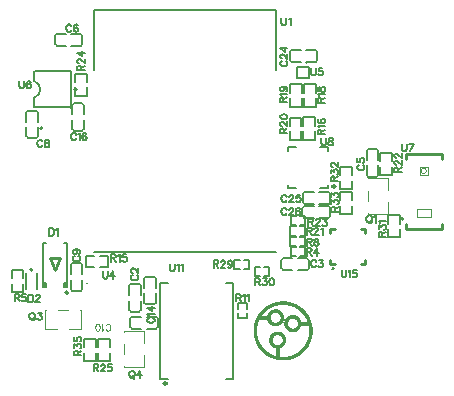
<source format=gto>
G04 Layer: TopSilkscreenLayer*
G04 Panelize: , Column: 1, Row: 1, Board Size: 43.14mm x 33.02mm, Panelized Board Size: 43.14mm x 33.02mm*
G04 EasyEDA v6.5.47, 2024-10-29 22:54:22*
G04 42380360e6cd4aec933f52dd5ad820ca,9a4ed40c0dd746429eaf55b84663d2fb,10*
G04 Gerber Generator version 0.2*
G04 Scale: 100 percent, Rotated: No, Reflected: No *
G04 Dimensions in millimeters *
G04 leading zeros omitted , absolute positions ,4 integer and 5 decimal *
%FSLAX45Y45*%
%MOMM*%

%ADD10C,0.1524*%
%ADD11C,0.1200*%
%ADD12C,0.1270*%
%ADD13C,0.1250*%
%ADD14C,0.1520*%
%ADD15C,0.2540*%
%ADD16C,0.1500*%
%ADD17C,0.2000*%
%ADD18C,0.1000*%
%ADD19C,0.1999*%
%ADD20C,0.1001*%
%ADD21C,0.2500*%
%ADD22C,0.2500*%
%ADD23C,0.0134*%

%LPD*%
G36*
X1158443Y-185775D02*
G01*
X1101496Y-185826D01*
X1099261Y-186791D01*
X1098854Y-187858D01*
X1087221Y-187858D01*
X1085900Y-188569D01*
X1085900Y-189890D01*
X1076452Y-189890D01*
X1075639Y-190703D01*
X1075639Y-191922D01*
X1067003Y-192125D01*
X1065377Y-194005D01*
X1059789Y-194005D01*
X1059027Y-196088D01*
X1053338Y-196088D01*
X1052880Y-197256D01*
X1052017Y-198120D01*
X1047292Y-198120D01*
X1045616Y-200152D01*
X1041704Y-200202D01*
X1040637Y-201269D01*
X1040637Y-202234D01*
X1036726Y-202336D01*
X1034999Y-202793D01*
X1034745Y-204317D01*
X1031443Y-204317D01*
X1030376Y-205384D01*
X1030376Y-206349D01*
X1026414Y-206552D01*
X1026210Y-208432D01*
X1022553Y-208432D01*
X1020318Y-210464D01*
X1017778Y-210464D01*
X1016660Y-211734D01*
X1016660Y-212547D01*
X1014526Y-212547D01*
X1012596Y-213563D01*
X1012190Y-214579D01*
X1009802Y-214579D01*
X1009802Y-216662D01*
X1006500Y-216662D01*
X1005687Y-217474D01*
X1005687Y-218694D01*
X1003452Y-218694D01*
X1001979Y-219100D01*
X1001521Y-220776D01*
X1000150Y-220776D01*
X997966Y-222300D01*
X997712Y-222808D01*
X995730Y-222808D01*
X995324Y-224790D01*
X991768Y-225399D01*
X991565Y-226923D01*
X989228Y-226923D01*
X989228Y-229006D01*
X986586Y-229006D01*
X985418Y-230276D01*
X985418Y-231038D01*
X983843Y-231038D01*
X983030Y-231851D01*
X983030Y-233070D01*
X981151Y-233273D01*
X980948Y-235051D01*
X977392Y-235661D01*
X977137Y-237236D01*
X975614Y-237236D01*
X974801Y-238048D01*
X974801Y-239217D01*
X972921Y-239471D01*
X972718Y-241350D01*
X971194Y-241350D01*
X969365Y-243433D01*
X966927Y-243840D01*
X966927Y-245414D01*
X964692Y-245617D01*
X964488Y-247497D01*
X963269Y-247497D01*
X962456Y-248361D01*
X962456Y-249580D01*
X961237Y-249580D01*
X960424Y-250393D01*
X960424Y-251561D01*
X958494Y-251815D01*
X958291Y-253644D01*
X956462Y-253847D01*
X956259Y-255727D01*
X954379Y-255930D01*
X954176Y-257759D01*
X952347Y-257962D01*
X952144Y-259842D01*
X950112Y-259842D01*
X950112Y-261874D01*
X948232Y-262077D01*
X948029Y-263956D01*
X946150Y-264160D01*
X945946Y-266039D01*
X943965Y-266039D01*
X943965Y-268020D01*
X942289Y-268427D01*
X941578Y-270510D01*
X940257Y-270510D01*
X939850Y-272491D01*
X938276Y-272745D01*
X937666Y-276301D01*
X935888Y-276504D01*
X935685Y-278333D01*
X933805Y-278536D01*
X933602Y-280365D01*
X931926Y-280822D01*
X931519Y-282752D01*
X930249Y-283108D01*
X929538Y-284937D01*
X929538Y-286562D01*
X927658Y-286766D01*
X927455Y-288645D01*
X925423Y-288645D01*
X925423Y-291388D01*
X924509Y-291388D01*
X923391Y-292658D01*
X923391Y-294843D01*
X922121Y-294843D01*
X921308Y-295656D01*
X921308Y-297078D01*
X919784Y-297738D01*
X919124Y-301040D01*
X918260Y-301040D01*
X917194Y-302107D01*
X917194Y-305104D01*
X915314Y-305308D01*
X914958Y-307340D01*
X913587Y-307594D01*
X913079Y-308406D01*
X913079Y-311302D01*
X910996Y-311302D01*
X910996Y-315366D01*
X909116Y-315569D01*
X908913Y-319481D01*
X907084Y-319684D01*
X906881Y-323596D01*
X905002Y-323799D01*
X904798Y-327761D01*
X902766Y-327761D01*
X902766Y-331825D01*
X1024178Y-331825D01*
X1024178Y-317500D01*
X1025398Y-317500D01*
X1026261Y-316636D01*
X1026261Y-310997D01*
X1027734Y-310794D01*
X1028242Y-309067D01*
X1028293Y-306374D01*
X1029462Y-305104D01*
X1030376Y-305104D01*
X1030376Y-302818D01*
X1031697Y-302463D01*
X1032408Y-300634D01*
X1032408Y-298958D01*
X1034491Y-298958D01*
X1034491Y-296926D01*
X1036370Y-296722D01*
X1036574Y-294894D01*
X1038402Y-294690D01*
X1038656Y-292760D01*
X1040637Y-292760D01*
X1040637Y-290728D01*
X1042517Y-290677D01*
X1044194Y-288645D01*
X1046835Y-288645D01*
X1046835Y-286664D01*
X1050747Y-286461D01*
X1051001Y-284530D01*
X1057097Y-284530D01*
X1057097Y-283768D01*
X1058265Y-282498D01*
X1075537Y-282498D01*
X1075944Y-284530D01*
X1081633Y-284530D01*
X1082446Y-286613D01*
X1085850Y-286613D01*
X1086256Y-288645D01*
X1089964Y-288645D01*
X1090218Y-290576D01*
X1091996Y-290779D01*
X1092403Y-292760D01*
X1093978Y-292760D01*
X1094790Y-294843D01*
X1096111Y-294843D01*
X1096873Y-296875D01*
X1098194Y-296875D01*
X1098600Y-298958D01*
X1100277Y-298958D01*
X1100480Y-300837D01*
X1102360Y-301040D01*
X1102360Y-304038D01*
X1102766Y-305104D01*
X1104442Y-305104D01*
X1104442Y-307898D01*
X1105154Y-309219D01*
X1106474Y-309219D01*
X1106474Y-314096D01*
X1107186Y-315417D01*
X1108557Y-315417D01*
X1108557Y-333959D01*
X1107287Y-333959D01*
X1106474Y-334772D01*
X1106474Y-340004D01*
X1104442Y-340410D01*
X1104442Y-344220D01*
X1103172Y-344220D01*
X1102360Y-345033D01*
X1102360Y-347370D01*
X1101496Y-348183D01*
X1100328Y-348640D01*
X1100328Y-350367D01*
X1098448Y-350570D01*
X1098194Y-352450D01*
X1097026Y-352450D01*
X1096213Y-353263D01*
X1096213Y-354533D01*
X1094943Y-354533D01*
X1094130Y-355346D01*
X1094130Y-356514D01*
X1092250Y-356768D01*
X1092047Y-358648D01*
X1089914Y-358648D01*
X1088644Y-359765D01*
X1088644Y-360629D01*
X1086104Y-360832D01*
X1085850Y-362762D01*
X1082141Y-362762D01*
X1081735Y-363778D01*
X1079652Y-364794D01*
X1075791Y-364845D01*
X1074064Y-365353D01*
X1073861Y-366877D01*
X1059180Y-366877D01*
X1059180Y-365506D01*
X1057859Y-364794D01*
X1052728Y-364794D01*
X1052372Y-363423D01*
X1050544Y-362762D01*
X1048613Y-362762D01*
X1048258Y-361391D01*
X1046429Y-360680D01*
X1044854Y-360680D01*
X1044448Y-359054D01*
X1042365Y-358648D01*
X1040384Y-356565D01*
X1038656Y-356565D01*
X1038402Y-354685D01*
X1036574Y-354482D01*
X1036370Y-352602D01*
X1034491Y-352399D01*
X1034491Y-350621D01*
X1032408Y-348691D01*
X1032408Y-347472D01*
X1031900Y-346710D01*
X1030528Y-346456D01*
X1030173Y-343357D01*
X1029614Y-342493D01*
X1028293Y-342493D01*
X1028293Y-339699D01*
X1027582Y-338378D01*
X1026261Y-338378D01*
X1026261Y-332282D01*
X1024178Y-331825D01*
X901547Y-331876D01*
X900734Y-332689D01*
X900734Y-335991D01*
X899058Y-336397D01*
X898702Y-337870D01*
X898652Y-340461D01*
X898144Y-340461D01*
X896772Y-342696D01*
X896467Y-346456D01*
X894994Y-346659D01*
X894537Y-348792D01*
X894537Y-352450D01*
X893571Y-352450D01*
X892505Y-353517D01*
X892505Y-358648D01*
X890422Y-358648D01*
X890422Y-365099D01*
X888949Y-365302D01*
X888441Y-367030D01*
X888390Y-373024D01*
X887425Y-373024D01*
X886307Y-374091D01*
X886307Y-381457D01*
X884834Y-382117D01*
X884326Y-383844D01*
X884275Y-392226D01*
X883564Y-392226D01*
X882243Y-394462D01*
X882192Y-408025D01*
X880567Y-408432D01*
X880160Y-409905D01*
X880160Y-449529D01*
X908964Y-449529D01*
X908964Y-422554D01*
X910488Y-421893D01*
X910945Y-420166D01*
X910996Y-403606D01*
X912266Y-403199D01*
X913079Y-401472D01*
X913079Y-391566D01*
X915162Y-391566D01*
X915162Y-383235D01*
X916584Y-382879D01*
X917194Y-381203D01*
X917194Y-375107D01*
X918413Y-375107D01*
X919226Y-374243D01*
X919226Y-368909D01*
X920038Y-368909D01*
X921308Y-367792D01*
X921308Y-362762D01*
X922274Y-362762D01*
X923391Y-361645D01*
X923391Y-356616D01*
X925271Y-356412D01*
X925474Y-352704D01*
X927506Y-350824D01*
X927506Y-346303D01*
X929538Y-346303D01*
X929538Y-342188D01*
X931418Y-341985D01*
X931621Y-340106D01*
X995680Y-340106D01*
X995883Y-341630D01*
X997458Y-342341D01*
X997458Y-347268D01*
X997864Y-348335D01*
X999490Y-348335D01*
X999490Y-352044D01*
X999947Y-354177D01*
X1001572Y-354584D01*
X1001572Y-357073D01*
X1001979Y-358648D01*
X1003503Y-358648D01*
X1003960Y-362102D01*
X1005687Y-362864D01*
X1005687Y-364794D01*
X1007618Y-364794D01*
X1008075Y-368249D01*
X1009700Y-369011D01*
X1010107Y-370992D01*
X1011783Y-370992D01*
X1011986Y-372872D01*
X1013866Y-373075D01*
X1014069Y-374904D01*
X1015949Y-375158D01*
X1015949Y-377139D01*
X1017981Y-377139D01*
X1018184Y-379018D01*
X1020013Y-379222D01*
X1020419Y-381254D01*
X1022451Y-381254D01*
X1022451Y-382473D01*
X1023315Y-383336D01*
X1026210Y-383336D01*
X1026414Y-385216D01*
X1028649Y-385419D01*
X1028649Y-386638D01*
X1029462Y-387451D01*
X1032408Y-387451D01*
X1032408Y-389483D01*
X1036472Y-389483D01*
X1037183Y-391566D01*
X1042619Y-391566D01*
X1043025Y-393598D01*
X1049223Y-393598D01*
X1049223Y-394970D01*
X1050544Y-395681D01*
X1083056Y-395681D01*
X1083868Y-394868D01*
X1083868Y-393598D01*
X1090015Y-393598D01*
X1090015Y-392938D01*
X1091133Y-392938D01*
X1091488Y-391566D01*
X1096010Y-391363D01*
X1096264Y-389534D01*
X1100124Y-389331D01*
X1100378Y-387451D01*
X1104239Y-387248D01*
X1104493Y-385368D01*
X1106119Y-385368D01*
X1107948Y-384708D01*
X1108252Y-383336D01*
X1110437Y-383133D01*
X1110640Y-381254D01*
X1112672Y-381254D01*
X1112672Y-379222D01*
X1114704Y-379222D01*
X1114704Y-377139D01*
X1116634Y-377139D01*
X1117295Y-375615D01*
X1118819Y-374904D01*
X1118819Y-373024D01*
X1120902Y-373024D01*
X1120902Y-370992D01*
X1122934Y-370992D01*
X1122934Y-368960D01*
X1124813Y-368757D01*
X1125067Y-366877D01*
X1125677Y-366877D01*
X1127048Y-365506D01*
X1127048Y-362813D01*
X1128928Y-362559D01*
X1129182Y-360172D01*
X1131163Y-358343D01*
X1131163Y-354533D01*
X1133246Y-354533D01*
X1133246Y-350418D01*
X1134465Y-350418D01*
X1135278Y-349554D01*
X1135278Y-344271D01*
X1137158Y-343357D01*
X1137361Y-331571D01*
X1138682Y-331165D01*
X1139393Y-329031D01*
X1139393Y-319938D01*
X1138732Y-318109D01*
X1137361Y-317754D01*
X1137361Y-306578D01*
X1136954Y-305460D01*
X1135278Y-305460D01*
X1135278Y-299262D01*
X1133246Y-298856D01*
X1133144Y-294995D01*
X1132687Y-293319D01*
X1131163Y-293065D01*
X1131163Y-291185D01*
X1130452Y-289052D01*
X1129182Y-288645D01*
X1128928Y-286766D01*
X1127048Y-286562D01*
X1127048Y-283311D01*
X1126236Y-282498D01*
X1125067Y-282498D01*
X1124813Y-280619D01*
X1122934Y-280416D01*
X1122934Y-278384D01*
X1122019Y-278384D01*
X1121003Y-277164D01*
X1120343Y-275132D01*
X1118920Y-274472D01*
X1118209Y-272542D01*
X1116787Y-272542D01*
X1115720Y-270510D01*
X1114704Y-270510D01*
X1112316Y-268071D01*
X1110640Y-268071D01*
X1110437Y-266192D01*
X1108557Y-265988D01*
X1108557Y-264668D01*
X1107236Y-263956D01*
X1104493Y-263956D01*
X1104239Y-262077D01*
X1102004Y-261874D01*
X1102004Y-260248D01*
X1098092Y-259740D01*
X1096162Y-257810D01*
X1092098Y-257810D01*
X1092098Y-256184D01*
X1090523Y-255778D01*
X1086002Y-255727D01*
X1085291Y-254152D01*
X1083106Y-253695D01*
X1073048Y-253695D01*
X1071524Y-252018D01*
X1066698Y-251561D01*
X1061872Y-252069D01*
X1061110Y-253695D01*
X1049528Y-253695D01*
X1047597Y-254711D01*
X1047191Y-255727D01*
X1042873Y-255828D01*
X1041146Y-256286D01*
X1040942Y-257810D01*
X1037336Y-257810D01*
X1036523Y-258622D01*
X1036523Y-259842D01*
X1032408Y-259842D01*
X1032408Y-261924D01*
X1029106Y-261924D01*
X1028293Y-262737D01*
X1028293Y-263906D01*
X1025601Y-264312D01*
X1024331Y-265938D01*
X1022502Y-266395D01*
X1022045Y-268071D01*
X1020267Y-268274D01*
X1020013Y-270103D01*
X1018184Y-270306D01*
X1017981Y-272186D01*
X1016152Y-272389D01*
X1015898Y-274218D01*
X1014069Y-274421D01*
X1013866Y-276301D01*
X1011986Y-276504D01*
X1011783Y-278333D01*
X1009954Y-278536D01*
X1009751Y-280416D01*
X1008786Y-280416D01*
X1007719Y-281533D01*
X1007719Y-282752D01*
X1005687Y-284988D01*
X1005687Y-286613D01*
X1004671Y-286613D01*
X1003604Y-287680D01*
X1003604Y-290728D01*
X1002385Y-290728D01*
X1001572Y-291541D01*
X1001572Y-294843D01*
X1000556Y-294843D01*
X999490Y-295910D01*
X999490Y-301040D01*
X998270Y-301040D01*
X997458Y-301853D01*
X997458Y-307543D01*
X995730Y-307543D01*
X995730Y-309219D01*
X950112Y-309219D01*
X950112Y-307187D01*
X952195Y-307187D01*
X952195Y-305104D01*
X954227Y-305104D01*
X954227Y-302514D01*
X956259Y-300837D01*
X956310Y-298958D01*
X958342Y-298958D01*
X958342Y-296926D01*
X960221Y-296722D01*
X960424Y-294843D01*
X961644Y-294843D01*
X962456Y-294030D01*
X962456Y-292506D01*
X963828Y-292150D01*
X964539Y-290322D01*
X964539Y-288645D01*
X966571Y-288645D01*
X966571Y-286613D01*
X968654Y-286613D01*
X968654Y-284530D01*
X970686Y-284530D01*
X970686Y-282498D01*
X972769Y-282498D01*
X972769Y-280416D01*
X974801Y-280416D01*
X974801Y-278384D01*
X976884Y-278384D01*
X976884Y-276301D01*
X978916Y-276301D01*
X978916Y-274269D01*
X980998Y-274269D01*
X980998Y-272186D01*
X983030Y-272186D01*
X983030Y-270154D01*
X984707Y-270154D01*
X986434Y-269341D01*
X986840Y-268173D01*
X988821Y-267766D01*
X989279Y-266090D01*
X991108Y-265887D01*
X991311Y-263956D01*
X993343Y-263956D01*
X993343Y-261924D01*
X995375Y-261924D01*
X995375Y-259842D01*
X998423Y-259842D01*
X999490Y-258775D01*
X999490Y-257860D01*
X1001369Y-257657D01*
X1001572Y-255727D01*
X1003604Y-255727D01*
X1003604Y-255117D01*
X1004976Y-254762D01*
X1004976Y-253746D01*
X1007567Y-253492D01*
X1007770Y-251612D01*
X1009497Y-251612D01*
X1011326Y-249631D01*
X1013714Y-249377D01*
X1013968Y-247497D01*
X1015796Y-247497D01*
X1017371Y-247091D01*
X1017981Y-245465D01*
X1020064Y-245465D01*
X1020064Y-243433D01*
X1024026Y-243230D01*
X1024229Y-241350D01*
X1027480Y-241350D01*
X1028293Y-240538D01*
X1028293Y-239267D01*
X1032103Y-239267D01*
X1032510Y-237236D01*
X1035710Y-237236D01*
X1036523Y-236423D01*
X1036523Y-235204D01*
X1040485Y-235000D01*
X1040688Y-233121D01*
X1044752Y-233121D01*
X1044752Y-232308D01*
X1045870Y-231038D01*
X1050086Y-231038D01*
X1050950Y-230225D01*
X1050950Y-229006D01*
X1055624Y-229006D01*
X1056436Y-228193D01*
X1056436Y-226923D01*
X1061059Y-226923D01*
X1062736Y-224891D01*
X1067206Y-224790D01*
X1068933Y-224332D01*
X1069136Y-222859D01*
X1075436Y-222656D01*
X1075690Y-220776D01*
X1083665Y-220725D01*
X1085342Y-218694D01*
X1095451Y-218694D01*
X1096264Y-216662D01*
X1110081Y-216560D01*
X1111808Y-216103D01*
X1112469Y-214579D01*
X1148283Y-214579D01*
X1148842Y-215493D01*
X1150518Y-216662D01*
X1164437Y-216662D01*
X1164437Y-217678D01*
X1166469Y-218694D01*
X1175410Y-218694D01*
X1176934Y-220776D01*
X1184503Y-220776D01*
X1185316Y-222808D01*
X1192834Y-222808D01*
X1193088Y-224688D01*
X1198981Y-224891D01*
X1199388Y-226923D01*
X1205230Y-226923D01*
X1205230Y-229006D01*
X1209344Y-229006D01*
X1209344Y-229971D01*
X1210868Y-231038D01*
X1215440Y-231038D01*
X1215847Y-233121D01*
X1219504Y-233121D01*
X1220266Y-235153D01*
X1223924Y-235356D01*
X1224178Y-236728D01*
X1224991Y-237236D01*
X1227886Y-237236D01*
X1227886Y-238201D01*
X1228953Y-239267D01*
X1232306Y-239267D01*
X1232509Y-241147D01*
X1236065Y-241401D01*
X1236522Y-243382D01*
X1240129Y-243382D01*
X1240536Y-245465D01*
X1242822Y-245465D01*
X1244498Y-247497D01*
X1246225Y-247497D01*
X1247038Y-249580D01*
X1250492Y-249580D01*
X1250696Y-251460D01*
X1252728Y-251815D01*
X1252982Y-253187D01*
X1253794Y-253695D01*
X1256639Y-253695D01*
X1256842Y-255574D01*
X1258722Y-255778D01*
X1259128Y-257810D01*
X1260754Y-257810D01*
X1262786Y-259842D01*
X1264869Y-259842D01*
X1265072Y-261721D01*
X1266901Y-261975D01*
X1267307Y-263956D01*
X1268984Y-263956D01*
X1269441Y-266039D01*
X1271016Y-266039D01*
X1273098Y-268071D01*
X1275181Y-268071D01*
X1275181Y-270154D01*
X1277213Y-270154D01*
X1277416Y-272034D01*
X1279296Y-272237D01*
X1279499Y-274116D01*
X1281328Y-274320D01*
X1281531Y-276148D01*
X1283462Y-276352D01*
X1283462Y-278384D01*
X1285443Y-278384D01*
X1285646Y-280263D01*
X1287576Y-280466D01*
X1287576Y-282498D01*
X1289558Y-282498D01*
X1289761Y-284378D01*
X1291640Y-284581D01*
X1291844Y-286461D01*
X1293672Y-286664D01*
X1293876Y-288493D01*
X1295755Y-288696D01*
X1295958Y-290576D01*
X1297838Y-290779D01*
X1297838Y-292760D01*
X1300226Y-295097D01*
X1300226Y-296519D01*
X1301902Y-296976D01*
X1302258Y-298958D01*
X1303985Y-298958D01*
X1304188Y-300837D01*
X1306068Y-301040D01*
X1306068Y-303123D01*
X1308049Y-305104D01*
X1308506Y-307187D01*
X1310182Y-307187D01*
X1310182Y-309219D01*
X1312265Y-309219D01*
X1312265Y-310896D01*
X1312672Y-313029D01*
X1314246Y-313436D01*
X1314450Y-315264D01*
X1316380Y-315468D01*
X1316380Y-318211D01*
X1317091Y-319532D01*
X1318412Y-319532D01*
X1318412Y-321919D01*
X1320444Y-323748D01*
X1320647Y-325526D01*
X1322527Y-325729D01*
X1322527Y-328269D01*
X1322933Y-329844D01*
X1324508Y-329844D01*
X1324965Y-333603D01*
X1326642Y-334010D01*
X1326642Y-336956D01*
X1327708Y-338074D01*
X1328623Y-338074D01*
X1329029Y-341477D01*
X1329436Y-342188D01*
X1330756Y-342188D01*
X1330756Y-346303D01*
X1332839Y-346303D01*
X1332839Y-349300D01*
X1333246Y-350418D01*
X1334871Y-350418D01*
X1334871Y-353720D01*
X1335328Y-355955D01*
X1336954Y-356666D01*
X1336954Y-358648D01*
X1283462Y-358648D01*
X1283411Y-355701D01*
X1282903Y-354939D01*
X1281531Y-354685D01*
X1281379Y-348742D01*
X1279347Y-348284D01*
X1279347Y-344678D01*
X1277264Y-343154D01*
X1277264Y-340106D01*
X1276451Y-340106D01*
X1275181Y-338988D01*
X1275181Y-336296D01*
X1273149Y-335889D01*
X1273149Y-333552D01*
X1272438Y-332232D01*
X1271117Y-332232D01*
X1270914Y-329996D01*
X1269085Y-329793D01*
X1268882Y-327914D01*
X1267002Y-327710D01*
X1267002Y-325729D01*
X1264920Y-325729D01*
X1264920Y-323646D01*
X1262888Y-323646D01*
X1262888Y-321614D01*
X1260856Y-321614D01*
X1260652Y-319684D01*
X1258773Y-319481D01*
X1258570Y-317652D01*
X1256690Y-317449D01*
X1256690Y-315772D01*
X1254810Y-315315D01*
X1253490Y-314045D01*
X1252575Y-314045D01*
X1252575Y-313385D01*
X1250492Y-313385D01*
X1250492Y-312013D01*
X1249172Y-311302D01*
X1246378Y-311302D01*
X1246378Y-309676D01*
X1245311Y-309219D01*
X1242263Y-309219D01*
X1242263Y-307594D01*
X1240739Y-307187D01*
X1236116Y-307187D01*
X1236116Y-305562D01*
X1235049Y-305104D01*
X1229715Y-305104D01*
X1228953Y-303530D01*
X1226769Y-303072D01*
X1198372Y-303072D01*
X1197000Y-303784D01*
X1197000Y-305104D01*
X1189990Y-305155D01*
X1189228Y-305663D01*
X1188974Y-307035D01*
X1184859Y-307390D01*
X1183640Y-307949D01*
X1182979Y-309168D01*
X1179525Y-309575D01*
X1178864Y-309981D01*
X1178864Y-311302D01*
X1176782Y-311302D01*
X1176324Y-312521D01*
X1175461Y-313385D01*
X1173175Y-313385D01*
X1172311Y-314198D01*
X1172311Y-315417D01*
X1170584Y-315417D01*
X1170127Y-316636D01*
X1169314Y-317500D01*
X1166571Y-317906D01*
X1166164Y-319481D01*
X1164437Y-319887D01*
X1164031Y-321614D01*
X1162862Y-321614D01*
X1162050Y-322427D01*
X1162050Y-323545D01*
X1159967Y-323951D01*
X1159967Y-325729D01*
X1158544Y-325729D01*
X1157782Y-327812D01*
X1156258Y-328168D01*
X1155903Y-329641D01*
X1155852Y-330911D01*
X1154988Y-331724D01*
X1153820Y-332181D01*
X1153820Y-333959D01*
X1152601Y-333959D01*
X1151737Y-334772D01*
X1151737Y-337058D01*
X1150874Y-337921D01*
X1149705Y-338378D01*
X1149705Y-340461D01*
X1148384Y-340461D01*
X1147927Y-341122D01*
X1147521Y-344576D01*
X1146708Y-344576D01*
X1145844Y-345592D01*
X1145387Y-350570D01*
X1143965Y-350774D01*
X1143508Y-352907D01*
X1143508Y-358648D01*
X1141476Y-358648D01*
X1141497Y-380187D01*
X1170279Y-380187D01*
X1170279Y-368858D01*
X1171702Y-368503D01*
X1172311Y-366826D01*
X1172311Y-360730D01*
X1174242Y-360527D01*
X1174445Y-356616D01*
X1176274Y-356412D01*
X1176477Y-352501D01*
X1178306Y-352298D01*
X1178560Y-350418D01*
X1179474Y-350418D01*
X1180541Y-349300D01*
X1180541Y-347776D01*
X1182573Y-346100D01*
X1182624Y-344220D01*
X1184605Y-344220D01*
X1184859Y-343712D01*
X1187043Y-342188D01*
X1187958Y-342188D01*
X1188770Y-341325D01*
X1188770Y-340156D01*
X1190701Y-339953D01*
X1190904Y-338074D01*
X1194155Y-338074D01*
X1194968Y-337210D01*
X1194968Y-336042D01*
X1198930Y-335838D01*
X1199134Y-333959D01*
X1205077Y-333857D01*
X1206804Y-333400D01*
X1207465Y-331876D01*
X1218539Y-331876D01*
X1220317Y-333959D01*
X1225804Y-333959D01*
X1225804Y-334924D01*
X1227328Y-335991D01*
X1230020Y-335991D01*
X1232052Y-338074D01*
X1234338Y-338074D01*
X1234694Y-339394D01*
X1236522Y-340106D01*
X1238148Y-340106D01*
X1238351Y-341985D01*
X1240129Y-342188D01*
X1240536Y-344220D01*
X1242212Y-344220D01*
X1242618Y-346303D01*
X1244295Y-346303D01*
X1244498Y-348183D01*
X1246378Y-348386D01*
X1246378Y-350418D01*
X1248460Y-350418D01*
X1248460Y-354533D01*
X1250492Y-354533D01*
X1250492Y-357530D01*
X1250950Y-358648D01*
X1252575Y-358648D01*
X1252575Y-363270D01*
X1252982Y-364794D01*
X1254658Y-364794D01*
X1254658Y-383641D01*
X1253286Y-383641D01*
X1252575Y-385013D01*
X1252575Y-389737D01*
X1251204Y-390093D01*
X1250492Y-391922D01*
X1250492Y-393547D01*
X1248867Y-393954D01*
X1248359Y-397713D01*
X1247241Y-397713D01*
X1246378Y-398526D01*
X1246378Y-399745D01*
X1244752Y-400202D01*
X1244295Y-402132D01*
X1242618Y-402539D01*
X1242618Y-403199D01*
X1240586Y-405028D01*
X1240586Y-405892D01*
X1238554Y-406349D01*
X1238148Y-408025D01*
X1236116Y-408025D01*
X1236116Y-409956D01*
X1232509Y-410565D01*
X1232306Y-412140D01*
X1230325Y-412140D01*
X1228496Y-412800D01*
X1228140Y-414172D01*
X1224280Y-414274D01*
X1222552Y-414731D01*
X1221892Y-416255D01*
X1203198Y-416255D01*
X1203198Y-414629D01*
X1201674Y-414172D01*
X1197000Y-414172D01*
X1197000Y-412546D01*
X1195933Y-412140D01*
X1192885Y-412140D01*
X1192885Y-410464D01*
X1191818Y-410057D01*
X1188770Y-410057D01*
X1188770Y-408025D01*
X1186789Y-408025D01*
X1186586Y-406146D01*
X1184656Y-405892D01*
X1184656Y-404215D01*
X1182624Y-403809D01*
X1182624Y-402183D01*
X1180592Y-401777D01*
X1180388Y-399948D01*
X1178509Y-399745D01*
X1178509Y-398119D01*
X1177798Y-396290D01*
X1176426Y-395935D01*
X1176426Y-393649D01*
X1174394Y-391617D01*
X1174394Y-389128D01*
X1173683Y-387756D01*
X1172311Y-387756D01*
X1172311Y-381914D01*
X1170279Y-380187D01*
X1141497Y-380187D01*
X1141526Y-388975D01*
X1141984Y-390702D01*
X1143508Y-391363D01*
X1143508Y-396646D01*
X1143965Y-397713D01*
X1145590Y-397713D01*
X1145590Y-402590D01*
X1146302Y-403910D01*
X1147622Y-403910D01*
X1147622Y-406908D01*
X1148080Y-408025D01*
X1149705Y-408025D01*
X1149705Y-410819D01*
X1150416Y-412140D01*
X1151737Y-412140D01*
X1151737Y-414578D01*
X1153820Y-415747D01*
X1153820Y-416966D01*
X1154531Y-418287D01*
X1155801Y-418287D01*
X1156055Y-420166D01*
X1157884Y-420420D01*
X1158087Y-422249D01*
X1159967Y-422452D01*
X1159967Y-424484D01*
X1162050Y-424484D01*
X1162050Y-426516D01*
X1164031Y-426516D01*
X1164285Y-428396D01*
X1166114Y-428650D01*
X1166317Y-430479D01*
X1168146Y-430682D01*
X1168552Y-432714D01*
X1170635Y-432714D01*
X1170635Y-434035D01*
X1171956Y-434746D01*
X1174394Y-434746D01*
X1174394Y-436829D01*
X1177086Y-436829D01*
X1178001Y-438708D01*
X1181608Y-438912D01*
X1183081Y-440943D01*
X1186738Y-440943D01*
X1186738Y-442976D01*
X1192733Y-442976D01*
X1193546Y-445058D01*
X1203553Y-445058D01*
X1203553Y-446074D01*
X1205534Y-447090D01*
X1221689Y-447090D01*
X1221689Y-445058D01*
X1231849Y-444855D01*
X1232052Y-442976D01*
X1239215Y-442976D01*
X1239215Y-440943D01*
X1243533Y-440943D01*
X1244346Y-440131D01*
X1244346Y-438861D01*
X1248460Y-438861D01*
X1248460Y-436829D01*
X1250137Y-436829D01*
X1251966Y-436118D01*
X1252321Y-434797D01*
X1254455Y-434593D01*
X1254658Y-432714D01*
X1256690Y-432714D01*
X1256690Y-431901D01*
X1257808Y-430631D01*
X1259535Y-430631D01*
X1260805Y-429514D01*
X1260805Y-428599D01*
X1262024Y-428599D01*
X1262888Y-427786D01*
X1262888Y-426567D01*
X1264767Y-426364D01*
X1264970Y-424484D01*
X1266139Y-424484D01*
X1267002Y-423672D01*
X1267002Y-422401D01*
X1268323Y-422401D01*
X1269034Y-421081D01*
X1269034Y-419557D01*
X1270152Y-418287D01*
X1271066Y-418287D01*
X1271066Y-416306D01*
X1272997Y-416051D01*
X1273200Y-413918D01*
X1274521Y-413562D01*
X1275181Y-411734D01*
X1275181Y-410057D01*
X1276451Y-410057D01*
X1277264Y-409244D01*
X1277264Y-405942D01*
X1278483Y-405942D01*
X1279347Y-405130D01*
X1279347Y-401269D01*
X1281328Y-399592D01*
X1281379Y-393598D01*
X1283462Y-393598D01*
X1283462Y-391566D01*
X1347216Y-391566D01*
X1347216Y-398678D01*
X1347673Y-400862D01*
X1349298Y-401624D01*
X1349298Y-414121D01*
X1349705Y-416255D01*
X1351330Y-417779D01*
X1351330Y-453593D01*
X1349806Y-453796D01*
X1349349Y-456895D01*
X1349298Y-470052D01*
X1347724Y-470255D01*
X1347317Y-472287D01*
X1347216Y-480720D01*
X1346504Y-480720D01*
X1345184Y-482955D01*
X1345184Y-490321D01*
X1343914Y-490321D01*
X1343101Y-491134D01*
X1343101Y-496519D01*
X1341272Y-498144D01*
X1340967Y-502970D01*
X1338986Y-504850D01*
X1338986Y-508812D01*
X1338072Y-509371D01*
X1336954Y-511556D01*
X1336954Y-515010D01*
X1335278Y-515416D01*
X1334871Y-516890D01*
X1334871Y-520192D01*
X1334008Y-521055D01*
X1332839Y-521512D01*
X1332839Y-525322D01*
X1331569Y-525322D01*
X1330756Y-526135D01*
X1330756Y-529437D01*
X1329791Y-529437D01*
X1328724Y-530504D01*
X1328724Y-533552D01*
X1327708Y-533552D01*
X1326642Y-534619D01*
X1326642Y-537667D01*
X1325676Y-537667D01*
X1324610Y-538734D01*
X1324610Y-541782D01*
X1323340Y-541782D01*
X1322527Y-542594D01*
X1322527Y-545846D01*
X1320647Y-546049D01*
X1320444Y-548182D01*
X1319123Y-548538D01*
X1318412Y-550367D01*
X1318412Y-552043D01*
X1316380Y-552043D01*
X1316329Y-554939D01*
X1314297Y-556666D01*
X1314297Y-558241D01*
X1313332Y-558241D01*
X1312265Y-559308D01*
X1312265Y-560527D01*
X1310182Y-562762D01*
X1310182Y-564388D01*
X1308963Y-564388D01*
X1308150Y-565200D01*
X1308150Y-566775D01*
X1306474Y-566775D01*
X1306017Y-570534D01*
X1304188Y-570738D01*
X1303985Y-572566D01*
X1302105Y-572770D01*
X1301902Y-574598D01*
X1300226Y-575056D01*
X1299819Y-577088D01*
X1298194Y-577088D01*
X1298194Y-578662D01*
X1296111Y-580186D01*
X1295704Y-582879D01*
X1293876Y-583082D01*
X1293672Y-584911D01*
X1291844Y-585165D01*
X1291640Y-586994D01*
X1289761Y-587197D01*
X1289558Y-589026D01*
X1287729Y-589280D01*
X1287526Y-591108D01*
X1285646Y-591312D01*
X1285443Y-593140D01*
X1283614Y-593394D01*
X1283411Y-595274D01*
X1281379Y-595274D01*
X1281379Y-597255D01*
X1279499Y-597509D01*
X1279296Y-599338D01*
X1277416Y-599541D01*
X1277213Y-601421D01*
X1275181Y-601421D01*
X1272692Y-603808D01*
X1271473Y-603808D01*
X1271270Y-605383D01*
X1269034Y-605586D01*
X1269034Y-607568D01*
X1267155Y-607771D01*
X1266952Y-609650D01*
X1265326Y-609650D01*
X1263091Y-611784D01*
X1261160Y-612140D01*
X1260957Y-613613D01*
X1258925Y-613968D01*
X1258722Y-615746D01*
X1256030Y-616204D01*
X1254709Y-617880D01*
X1253388Y-617880D01*
X1252575Y-618693D01*
X1252575Y-619963D01*
X1251153Y-619963D01*
X1249222Y-620979D01*
X1248816Y-621995D01*
X1247241Y-621995D01*
X1246378Y-622808D01*
X1246378Y-624078D01*
X1243736Y-624078D01*
X1242618Y-624484D01*
X1242618Y-626110D01*
X1240739Y-626110D01*
X1238961Y-628142D01*
X1236268Y-628345D01*
X1236065Y-630224D01*
X1232814Y-630224D01*
X1232001Y-631037D01*
X1232001Y-632307D01*
X1227886Y-632307D01*
X1227886Y-634339D01*
X1224584Y-634339D01*
X1223772Y-635152D01*
X1223772Y-636371D01*
X1219809Y-636574D01*
X1219606Y-638454D01*
X1216050Y-638556D01*
X1214323Y-639013D01*
X1213662Y-640537D01*
X1210208Y-640537D01*
X1209344Y-641350D01*
X1209344Y-642569D01*
X1206093Y-642569D01*
X1203553Y-643026D01*
X1203553Y-644652D01*
X1199235Y-644702D01*
X1197508Y-645160D01*
X1197305Y-646684D01*
X1192733Y-646684D01*
X1191260Y-647090D01*
X1190853Y-648766D01*
X1185214Y-648817D01*
X1183487Y-649274D01*
X1182776Y-650798D01*
X1176274Y-650849D01*
X1174800Y-651205D01*
X1174394Y-652830D01*
X1163675Y-653034D01*
X1162100Y-654913D01*
X1147724Y-654913D01*
X1145844Y-653948D01*
X1144930Y-654304D01*
X1143711Y-656945D01*
X1116838Y-656996D01*
X1116584Y-655421D01*
X1113536Y-654964D01*
X1100328Y-654913D01*
X1100328Y-585266D01*
X1102715Y-582930D01*
X1107744Y-582930D01*
X1108557Y-582066D01*
X1108557Y-580847D01*
X1112621Y-580847D01*
X1114653Y-578815D01*
X1117447Y-578815D01*
X1118819Y-577443D01*
X1118819Y-576732D01*
X1120902Y-576732D01*
X1120902Y-575919D01*
X1122019Y-574700D01*
X1125016Y-574700D01*
X1125016Y-572617D01*
X1127048Y-572617D01*
X1127048Y-570585D01*
X1129944Y-570585D01*
X1131163Y-569417D01*
X1131163Y-568502D01*
X1132433Y-568502D01*
X1133246Y-567690D01*
X1133246Y-566470D01*
X1135126Y-566267D01*
X1135329Y-564388D01*
X1136548Y-564388D01*
X1137361Y-563575D01*
X1137361Y-562356D01*
X1139393Y-562356D01*
X1139393Y-560019D01*
X1140764Y-559663D01*
X1141476Y-557834D01*
X1141476Y-556158D01*
X1143508Y-556158D01*
X1143508Y-554126D01*
X1144778Y-554126D01*
X1145590Y-553262D01*
X1145590Y-550011D01*
X1147470Y-549808D01*
X1147673Y-545896D01*
X1149502Y-545693D01*
X1149756Y-541782D01*
X1151585Y-541578D01*
X1151788Y-535635D01*
X1153617Y-535432D01*
X1153820Y-527354D01*
X1154633Y-527354D01*
X1155852Y-526237D01*
X1155852Y-501243D01*
X1153820Y-500430D01*
X1153820Y-492861D01*
X1151737Y-491337D01*
X1151737Y-486511D01*
X1149705Y-486105D01*
X1149502Y-482244D01*
X1147673Y-482041D01*
X1147470Y-478129D01*
X1145590Y-477926D01*
X1145590Y-474167D01*
X1143558Y-473760D01*
X1143355Y-471982D01*
X1141476Y-471728D01*
X1141476Y-468884D01*
X1140968Y-468122D01*
X1139596Y-467868D01*
X1139342Y-465937D01*
X1137361Y-465531D01*
X1137361Y-463905D01*
X1135278Y-463499D01*
X1135278Y-461822D01*
X1133246Y-461416D01*
X1133246Y-459790D01*
X1131163Y-459384D01*
X1131163Y-457403D01*
X1128877Y-457403D01*
X1128522Y-456031D01*
X1126693Y-455320D01*
X1125067Y-455320D01*
X1124813Y-453440D01*
X1123035Y-453237D01*
X1122273Y-451612D01*
X1118819Y-451154D01*
X1118819Y-449580D01*
X1117295Y-449173D01*
X1114704Y-449173D01*
X1114704Y-447751D01*
X1112977Y-447090D01*
X1109726Y-447090D01*
X1108049Y-445058D01*
X1102360Y-445058D01*
X1102360Y-443433D01*
X1100836Y-442976D01*
X1089253Y-442976D01*
X1086916Y-440943D01*
X1081024Y-440943D01*
X1078738Y-442366D01*
X1078738Y-442976D01*
X1066393Y-442976D01*
X1065326Y-444093D01*
X1065326Y-445008D01*
X1059332Y-445211D01*
X1059129Y-447090D01*
X1054862Y-447141D01*
X1053388Y-447497D01*
X1052982Y-449173D01*
X1049934Y-449173D01*
X1048867Y-450240D01*
X1048867Y-451205D01*
X1047191Y-451205D01*
X1045362Y-451916D01*
X1045057Y-453237D01*
X1042873Y-453440D01*
X1042669Y-455269D01*
X1040028Y-455676D01*
X1038707Y-457352D01*
X1036726Y-457555D01*
X1036472Y-459384D01*
X1034846Y-459790D01*
X1034389Y-461518D01*
X1033221Y-461518D01*
X1032408Y-462330D01*
X1032408Y-463550D01*
X1030376Y-463550D01*
X1030376Y-465531D01*
X1028649Y-465988D01*
X1028242Y-467969D01*
X1026769Y-468172D01*
X1026109Y-471779D01*
X1024331Y-471982D01*
X1024128Y-473862D01*
X1022858Y-473862D01*
X1022146Y-475183D01*
X1022146Y-477926D01*
X1020267Y-478129D01*
X1020013Y-482041D01*
X1018184Y-482244D01*
X1017981Y-486054D01*
X1015949Y-486816D01*
X1015949Y-492353D01*
X1014730Y-492353D01*
X1013917Y-493217D01*
X1013917Y-500888D01*
X1012342Y-501142D01*
X1011936Y-503174D01*
X1011936Y-513486D01*
X1042517Y-513486D01*
X1042720Y-502666D01*
X1043940Y-502666D01*
X1044752Y-501853D01*
X1044752Y-496468D01*
X1046835Y-496468D01*
X1046835Y-492353D01*
X1048867Y-492353D01*
X1048867Y-490321D01*
X1050086Y-490321D01*
X1050950Y-489508D01*
X1050950Y-487984D01*
X1052322Y-487629D01*
X1052982Y-485800D01*
X1052982Y-484124D01*
X1055065Y-484124D01*
X1055065Y-483362D01*
X1056182Y-482092D01*
X1057910Y-482092D01*
X1059180Y-480974D01*
X1059180Y-480059D01*
X1061059Y-479856D01*
X1061262Y-477977D01*
X1064107Y-477977D01*
X1065326Y-476859D01*
X1065326Y-475894D01*
X1067003Y-475894D01*
X1068832Y-475234D01*
X1069187Y-473862D01*
X1074318Y-473862D01*
X1075639Y-473151D01*
X1075639Y-471779D01*
X1092454Y-471779D01*
X1092454Y-473049D01*
X1093266Y-473862D01*
X1098600Y-473862D01*
X1098600Y-474878D01*
X1100632Y-475894D01*
X1102715Y-475894D01*
X1102715Y-477266D01*
X1104036Y-477977D01*
X1106424Y-477977D01*
X1106881Y-480009D01*
X1108913Y-480009D01*
X1108913Y-481380D01*
X1110234Y-482092D01*
X1112672Y-482092D01*
X1112672Y-484124D01*
X1114704Y-484124D01*
X1114704Y-486257D01*
X1116736Y-488238D01*
X1117346Y-490169D01*
X1118768Y-490372D01*
X1119022Y-492201D01*
X1120902Y-492404D01*
X1120902Y-495401D01*
X1121308Y-496468D01*
X1122934Y-496468D01*
X1122934Y-499821D01*
X1123391Y-502056D01*
X1124966Y-502767D01*
X1125169Y-512622D01*
X1126032Y-513181D01*
X1125016Y-516534D01*
X1125016Y-525272D01*
X1123340Y-525678D01*
X1122984Y-527202D01*
X1122934Y-531469D01*
X1120902Y-531469D01*
X1120902Y-534619D01*
X1120038Y-535432D01*
X1118819Y-535889D01*
X1118819Y-537565D01*
X1117092Y-538022D01*
X1116685Y-540054D01*
X1115060Y-540054D01*
X1115060Y-541731D01*
X1113180Y-543763D01*
X1111199Y-544525D01*
X1110894Y-545795D01*
X1108913Y-546201D01*
X1108456Y-547928D01*
X1107287Y-547928D01*
X1106474Y-548741D01*
X1106474Y-550011D01*
X1103477Y-550011D01*
X1102360Y-551078D01*
X1102360Y-552043D01*
X1099312Y-552043D01*
X1098245Y-553110D01*
X1098245Y-554126D01*
X1093165Y-554126D01*
X1092098Y-554532D01*
X1092098Y-556107D01*
X1090269Y-555193D01*
X1089355Y-555548D01*
X1089355Y-556158D01*
X1075639Y-556158D01*
X1075639Y-554532D01*
X1074521Y-554126D01*
X1069441Y-554126D01*
X1069441Y-552043D01*
X1065326Y-552043D01*
X1065326Y-550418D01*
X1064260Y-550011D01*
X1061262Y-550011D01*
X1061059Y-548081D01*
X1059180Y-547878D01*
X1059180Y-546252D01*
X1057198Y-545846D01*
X1056436Y-544169D01*
X1055166Y-544169D01*
X1052982Y-542086D01*
X1052982Y-540918D01*
X1052474Y-540105D01*
X1051102Y-539851D01*
X1050899Y-537667D01*
X1048867Y-537667D01*
X1048867Y-535838D01*
X1046886Y-533908D01*
X1046632Y-531622D01*
X1044752Y-531418D01*
X1044752Y-525932D01*
X1042720Y-525170D01*
X1042517Y-513486D01*
X1011936Y-513486D01*
X1011885Y-524764D01*
X1012393Y-526491D01*
X1013917Y-527202D01*
X1013917Y-534060D01*
X1014323Y-535584D01*
X1015949Y-535584D01*
X1015949Y-541782D01*
X1018032Y-541782D01*
X1018032Y-544779D01*
X1018438Y-545896D01*
X1020064Y-545896D01*
X1020064Y-548894D01*
X1020470Y-550011D01*
X1021994Y-550011D01*
X1022654Y-553923D01*
X1024128Y-554126D01*
X1024331Y-556006D01*
X1026261Y-556209D01*
X1026261Y-558190D01*
X1028547Y-560425D01*
X1028801Y-561848D01*
X1030274Y-562457D01*
X1030986Y-564388D01*
X1032256Y-564388D01*
X1033018Y-566369D01*
X1034643Y-566623D01*
X1034846Y-568198D01*
X1036878Y-568604D01*
X1036878Y-569874D01*
X1038199Y-570585D01*
X1040587Y-570585D01*
X1040841Y-572465D01*
X1042619Y-572668D01*
X1043025Y-574700D01*
X1046784Y-574700D01*
X1046987Y-576580D01*
X1049223Y-576783D01*
X1049223Y-578002D01*
X1050950Y-578815D01*
X1053338Y-578815D01*
X1055319Y-580847D01*
X1059078Y-580847D01*
X1059840Y-582930D01*
X1066139Y-582930D01*
X1067409Y-584047D01*
X1067409Y-646684D01*
X1063294Y-646684D01*
X1063294Y-645363D01*
X1061974Y-644652D01*
X1057097Y-644652D01*
X1057097Y-643432D01*
X1056284Y-642569D01*
X1050950Y-642569D01*
X1050950Y-640943D01*
X1049832Y-640537D01*
X1046886Y-640537D01*
X1046480Y-638911D01*
X1044346Y-638454D01*
X1042720Y-638454D01*
X1042720Y-637895D01*
X1039876Y-636422D01*
X1036574Y-636422D01*
X1036370Y-634542D01*
X1032459Y-634339D01*
X1032256Y-632460D01*
X1028293Y-632256D01*
X1028293Y-630224D01*
X1025245Y-630224D01*
X1023721Y-628192D01*
X1022096Y-628192D01*
X1021334Y-626465D01*
X1018032Y-626008D01*
X1018032Y-624078D01*
X1013917Y-624078D01*
X1013917Y-621995D01*
X1011986Y-621995D01*
X1011326Y-620471D01*
X1007770Y-619810D01*
X1007567Y-618083D01*
X1005738Y-617829D01*
X1005332Y-616254D01*
X1003198Y-615848D01*
X1001572Y-615848D01*
X1001369Y-613968D01*
X999490Y-613714D01*
X999490Y-612038D01*
X997508Y-611632D01*
X996797Y-610006D01*
X993343Y-609549D01*
X993343Y-607618D01*
X991260Y-607618D01*
X991260Y-605891D01*
X989228Y-605434D01*
X989228Y-603808D01*
X987196Y-603402D01*
X986790Y-601878D01*
X984859Y-601472D01*
X984097Y-599795D01*
X982167Y-599338D01*
X980998Y-598220D01*
X980998Y-597306D01*
X978916Y-597306D01*
X978916Y-595274D01*
X976884Y-595274D01*
X976884Y-593191D01*
X974852Y-593191D01*
X974648Y-591312D01*
X972769Y-591108D01*
X972769Y-589076D01*
X970686Y-589076D01*
X970686Y-587044D01*
X968654Y-587044D01*
X968654Y-585114D01*
X967079Y-584454D01*
X965555Y-581202D01*
X964590Y-581202D01*
X964184Y-579170D01*
X962609Y-578967D01*
X962406Y-577037D01*
X960424Y-576681D01*
X960221Y-574852D01*
X958392Y-574649D01*
X958189Y-572770D01*
X956310Y-572566D01*
X956106Y-569010D01*
X954227Y-568807D01*
X954227Y-566775D01*
X952195Y-566369D01*
X951992Y-564540D01*
X950112Y-564337D01*
X950112Y-561492D01*
X949604Y-560679D01*
X948232Y-560425D01*
X947877Y-558393D01*
X945997Y-558190D01*
X945997Y-555752D01*
X945286Y-554431D01*
X943965Y-554431D01*
X943762Y-552196D01*
X941882Y-551992D01*
X941882Y-548538D01*
X939850Y-547776D01*
X939850Y-546252D01*
X939139Y-544423D01*
X937768Y-544068D01*
X937768Y-542239D01*
X935736Y-540715D01*
X935532Y-537819D01*
X933703Y-537616D01*
X933500Y-533704D01*
X931621Y-533501D01*
X931418Y-529590D01*
X929538Y-529386D01*
X929538Y-525526D01*
X927506Y-523595D01*
X927506Y-520192D01*
X926388Y-519125D01*
X925423Y-519125D01*
X925423Y-515315D01*
X923391Y-514908D01*
X923391Y-509473D01*
X921308Y-508711D01*
X921308Y-503478D01*
X920496Y-502666D01*
X919226Y-502666D01*
X919226Y-496874D01*
X917194Y-496417D01*
X917194Y-489356D01*
X916127Y-488238D01*
X915162Y-488238D01*
X915162Y-480009D01*
X913079Y-480009D01*
X913079Y-469798D01*
X912266Y-468020D01*
X910996Y-468020D01*
X910996Y-451256D01*
X910234Y-449529D01*
X880160Y-449529D01*
X880160Y-461060D01*
X880567Y-463245D01*
X882192Y-463651D01*
X882396Y-477570D01*
X884275Y-479043D01*
X884275Y-487629D01*
X885291Y-489559D01*
X886307Y-489966D01*
X886307Y-496062D01*
X886764Y-498195D01*
X888390Y-498601D01*
X888390Y-503631D01*
X888847Y-505815D01*
X890422Y-506526D01*
X890422Y-511200D01*
X891133Y-512978D01*
X892505Y-512978D01*
X892505Y-517804D01*
X893216Y-519125D01*
X894537Y-519125D01*
X894537Y-522478D01*
X894994Y-524510D01*
X896619Y-525272D01*
X896619Y-528320D01*
X897026Y-529437D01*
X898652Y-529437D01*
X898652Y-532739D01*
X899109Y-534974D01*
X900734Y-535686D01*
X900734Y-538378D01*
X901446Y-539699D01*
X902766Y-539699D01*
X902969Y-543661D01*
X904849Y-543864D01*
X904849Y-546862D01*
X905256Y-547928D01*
X906881Y-547928D01*
X906881Y-552043D01*
X908964Y-552043D01*
X908964Y-555091D01*
X909370Y-556158D01*
X910996Y-556158D01*
X910996Y-558495D01*
X911707Y-560273D01*
X913079Y-560273D01*
X913079Y-561949D01*
X913790Y-563778D01*
X915111Y-564134D01*
X915314Y-566267D01*
X917194Y-566470D01*
X917194Y-568807D01*
X917854Y-570585D01*
X919226Y-570585D01*
X919429Y-572465D01*
X921308Y-572668D01*
X921308Y-575665D01*
X921715Y-576732D01*
X923340Y-576732D01*
X923544Y-578612D01*
X925321Y-578815D01*
X925728Y-582218D01*
X926134Y-582930D01*
X927455Y-582930D01*
X927658Y-584809D01*
X929538Y-585012D01*
X929538Y-586740D01*
X931570Y-588568D01*
X931773Y-590956D01*
X933551Y-591159D01*
X933958Y-593191D01*
X935685Y-593191D01*
X935888Y-595071D01*
X937768Y-595325D01*
X937768Y-597306D01*
X939850Y-597306D01*
X939850Y-599998D01*
X940917Y-601065D01*
X941882Y-601065D01*
X942340Y-603148D01*
X943914Y-603554D01*
X944321Y-605536D01*
X945896Y-605536D01*
X946302Y-607618D01*
X947978Y-607618D01*
X948385Y-609650D01*
X950010Y-609650D01*
X950417Y-611733D01*
X952093Y-611733D01*
X952500Y-613765D01*
X954125Y-613765D01*
X954532Y-615848D01*
X956208Y-615848D01*
X956614Y-617880D01*
X958240Y-617880D01*
X958646Y-619963D01*
X960323Y-619963D01*
X960729Y-621995D01*
X962304Y-621995D01*
X963066Y-624078D01*
X964793Y-624078D01*
X965149Y-625449D01*
X966978Y-626110D01*
X968654Y-626110D01*
X968654Y-628192D01*
X970635Y-628192D01*
X970838Y-630072D01*
X972667Y-630275D01*
X973074Y-632307D01*
X974648Y-632307D01*
X975410Y-634339D01*
X976833Y-634339D01*
X978916Y-635558D01*
X978916Y-636422D01*
X980948Y-636422D01*
X981151Y-638302D01*
X982878Y-638505D01*
X983640Y-640537D01*
X987094Y-640537D01*
X987298Y-642416D01*
X989177Y-642620D01*
X989584Y-644652D01*
X991209Y-644652D01*
X993292Y-645820D01*
X993343Y-646684D01*
X995324Y-646684D01*
X996035Y-648766D01*
X999439Y-648766D01*
X999642Y-650646D01*
X1001826Y-650849D01*
X1002182Y-652170D01*
X1004011Y-652881D01*
X1005636Y-652881D01*
X1005840Y-654761D01*
X1009802Y-654964D01*
X1009802Y-656996D01*
X1013866Y-656996D01*
X1014069Y-658876D01*
X1017930Y-659079D01*
X1018336Y-661111D01*
X1022045Y-661111D01*
X1022451Y-663143D01*
X1026109Y-663143D01*
X1026871Y-665226D01*
X1030681Y-665226D01*
X1030681Y-666546D01*
X1032052Y-667258D01*
X1036472Y-667258D01*
X1036878Y-669340D01*
X1040637Y-669340D01*
X1040637Y-670306D01*
X1042162Y-671372D01*
X1046683Y-671372D01*
X1047445Y-673455D01*
X1052931Y-673455D01*
X1053642Y-675487D01*
X1059484Y-675487D01*
X1059688Y-677011D01*
X1061415Y-677468D01*
X1067257Y-677570D01*
X1068019Y-679602D01*
X1075994Y-679602D01*
X1076401Y-680669D01*
X1078331Y-681685D01*
X1086916Y-681685D01*
X1087831Y-683564D01*
X1102512Y-683920D01*
X1102817Y-685292D01*
X1103579Y-685800D01*
X1157935Y-685800D01*
X1157935Y-683717D01*
X1171854Y-683717D01*
X1173886Y-681685D01*
X1182573Y-681685D01*
X1184249Y-681024D01*
X1184605Y-679602D01*
X1192072Y-679602D01*
X1192885Y-678789D01*
X1192885Y-677570D01*
X1200505Y-677570D01*
X1201267Y-675487D01*
X1206500Y-675487D01*
X1207312Y-674674D01*
X1207312Y-673455D01*
X1213459Y-673455D01*
X1213459Y-671372D01*
X1218844Y-671372D01*
X1219657Y-670560D01*
X1219657Y-669340D01*
X1223619Y-669290D01*
X1225296Y-667258D01*
X1229106Y-667258D01*
X1229918Y-666445D01*
X1229918Y-665226D01*
X1233881Y-665022D01*
X1234084Y-663143D01*
X1238148Y-663143D01*
X1238148Y-661111D01*
X1242263Y-661111D01*
X1242263Y-659028D01*
X1246378Y-659028D01*
X1246378Y-656996D01*
X1250492Y-656996D01*
X1250492Y-654964D01*
X1254455Y-654761D01*
X1254658Y-652881D01*
X1257909Y-652881D01*
X1258722Y-652068D01*
X1258722Y-650798D01*
X1260805Y-650798D01*
X1260805Y-648817D01*
X1264767Y-648563D01*
X1264970Y-646684D01*
X1266596Y-646684D01*
X1268425Y-646023D01*
X1268780Y-644652D01*
X1271066Y-644652D01*
X1271066Y-642569D01*
X1272692Y-642569D01*
X1274927Y-641502D01*
X1275283Y-640537D01*
X1277264Y-640537D01*
X1277264Y-638454D01*
X1279347Y-638454D01*
X1279347Y-636422D01*
X1281328Y-636422D01*
X1283004Y-635762D01*
X1283360Y-634390D01*
X1285341Y-634187D01*
X1285544Y-632307D01*
X1287576Y-632307D01*
X1287576Y-630224D01*
X1289608Y-630224D01*
X1289608Y-628192D01*
X1291285Y-628192D01*
X1293114Y-627481D01*
X1293469Y-626110D01*
X1294942Y-626110D01*
X1295806Y-625297D01*
X1295806Y-624078D01*
X1297838Y-624078D01*
X1297838Y-622046D01*
X1299718Y-621842D01*
X1299921Y-619963D01*
X1301953Y-619963D01*
X1301953Y-617880D01*
X1304036Y-617880D01*
X1304036Y-615848D01*
X1306068Y-615848D01*
X1306068Y-613765D01*
X1308150Y-613765D01*
X1308150Y-611733D01*
X1310182Y-611733D01*
X1310182Y-609650D01*
X1312265Y-609650D01*
X1312265Y-607618D01*
X1314297Y-607618D01*
X1314297Y-605536D01*
X1316380Y-605536D01*
X1316380Y-603554D01*
X1318260Y-603300D01*
X1318463Y-601421D01*
X1319631Y-601421D01*
X1320495Y-600608D01*
X1320495Y-599440D01*
X1322120Y-598373D01*
X1322628Y-596798D01*
X1324610Y-594969D01*
X1324610Y-593191D01*
X1326642Y-593191D01*
X1326642Y-591210D01*
X1328521Y-590956D01*
X1328775Y-589076D01*
X1329842Y-589076D01*
X1330756Y-587908D01*
X1330756Y-584962D01*
X1332839Y-584962D01*
X1332839Y-582980D01*
X1334719Y-582726D01*
X1334922Y-580593D01*
X1336243Y-580237D01*
X1336954Y-578408D01*
X1336954Y-576732D01*
X1338986Y-576732D01*
X1338986Y-574700D01*
X1340104Y-574700D01*
X1341018Y-573481D01*
X1341069Y-570636D01*
X1342948Y-570382D01*
X1343152Y-567994D01*
X1345184Y-566166D01*
X1345184Y-564388D01*
X1346403Y-564388D01*
X1347216Y-563575D01*
X1347216Y-560324D01*
X1349095Y-560120D01*
X1349298Y-556158D01*
X1351330Y-556158D01*
X1351330Y-554177D01*
X1352296Y-553821D01*
X1353413Y-551586D01*
X1353413Y-549300D01*
X1354480Y-549300D01*
X1354836Y-547928D01*
X1355445Y-547928D01*
X1355445Y-545338D01*
X1357477Y-543661D01*
X1357528Y-539699D01*
X1359560Y-539699D01*
X1359560Y-535635D01*
X1361440Y-535432D01*
X1361643Y-531469D01*
X1362557Y-531469D01*
X1363675Y-530199D01*
X1363675Y-525322D01*
X1365554Y-525119D01*
X1365758Y-520649D01*
X1367790Y-518820D01*
X1367790Y-512978D01*
X1369872Y-512978D01*
X1369872Y-506831D01*
X1371752Y-506628D01*
X1371955Y-500430D01*
X1373987Y-499516D01*
X1373987Y-490372D01*
X1375867Y-490169D01*
X1376070Y-480059D01*
X1377899Y-479856D01*
X1378102Y-467004D01*
X1379067Y-467004D01*
X1380134Y-464718D01*
X1379982Y-405536D01*
X1378102Y-403910D01*
X1378102Y-392023D01*
X1376019Y-390499D01*
X1376019Y-381660D01*
X1373987Y-379476D01*
X1373987Y-373430D01*
X1373276Y-371602D01*
X1371904Y-371246D01*
X1371904Y-365252D01*
X1369872Y-363728D01*
X1369872Y-358952D01*
X1368806Y-356920D01*
X1367790Y-356920D01*
X1367790Y-352856D01*
X1367129Y-351028D01*
X1365758Y-350672D01*
X1365758Y-346608D01*
X1363675Y-346202D01*
X1363675Y-340766D01*
X1361643Y-340055D01*
X1361643Y-336296D01*
X1359560Y-335889D01*
X1359560Y-331927D01*
X1357528Y-329895D01*
X1357528Y-328218D01*
X1356766Y-326085D01*
X1355445Y-325678D01*
X1355445Y-323240D01*
X1354734Y-321919D01*
X1353413Y-321919D01*
X1353413Y-319125D01*
X1352702Y-317804D01*
X1351330Y-317804D01*
X1351330Y-315722D01*
X1349349Y-313893D01*
X1349095Y-311454D01*
X1347216Y-311251D01*
X1347216Y-307492D01*
X1345184Y-307086D01*
X1345184Y-304241D01*
X1344320Y-303428D01*
X1343152Y-303428D01*
X1342948Y-301193D01*
X1341069Y-300990D01*
X1341069Y-297535D01*
X1339037Y-296773D01*
X1338834Y-294995D01*
X1336954Y-294792D01*
X1336903Y-291947D01*
X1336395Y-291134D01*
X1335074Y-290880D01*
X1334719Y-288848D01*
X1332839Y-288645D01*
X1332839Y-286664D01*
X1330756Y-284581D01*
X1330756Y-283108D01*
X1328724Y-282346D01*
X1328521Y-280619D01*
X1326642Y-280416D01*
X1326642Y-278384D01*
X1324610Y-278384D01*
X1324610Y-276352D01*
X1323797Y-274624D01*
X1322527Y-274624D01*
X1322527Y-272846D01*
X1320495Y-272135D01*
X1320495Y-270459D01*
X1318463Y-270052D01*
X1318260Y-268274D01*
X1316380Y-268071D01*
X1316177Y-266192D01*
X1314348Y-265988D01*
X1314145Y-264160D01*
X1312265Y-263956D01*
X1312062Y-262077D01*
X1310182Y-261874D01*
X1310182Y-259842D01*
X1308150Y-259842D01*
X1308150Y-257810D01*
X1306118Y-257810D01*
X1305915Y-255930D01*
X1304036Y-255727D01*
X1303832Y-253847D01*
X1302004Y-253644D01*
X1301800Y-251815D01*
X1299921Y-251612D01*
X1299718Y-249732D01*
X1297889Y-249529D01*
X1297686Y-247700D01*
X1295806Y-247446D01*
X1295806Y-245770D01*
X1293723Y-245364D01*
X1293723Y-244094D01*
X1291386Y-243128D01*
X1290929Y-241706D01*
X1287576Y-241249D01*
X1287373Y-239471D01*
X1285544Y-239217D01*
X1285341Y-237388D01*
X1283462Y-237185D01*
X1283462Y-235559D01*
X1281226Y-235102D01*
X1279245Y-233121D01*
X1277315Y-233121D01*
X1277112Y-231241D01*
X1275283Y-231038D01*
X1274876Y-229412D01*
X1272743Y-229006D01*
X1271117Y-229006D01*
X1270914Y-227126D01*
X1269034Y-226872D01*
X1269034Y-225602D01*
X1267714Y-224891D01*
X1264970Y-224891D01*
X1264767Y-223012D01*
X1262938Y-222808D01*
X1262227Y-221132D01*
X1258722Y-220675D01*
X1258722Y-219100D01*
X1257655Y-218694D01*
X1254658Y-218694D01*
X1254455Y-216814D01*
X1252118Y-216611D01*
X1250035Y-214579D01*
X1248562Y-214579D01*
X1247800Y-212902D01*
X1244346Y-212445D01*
X1244346Y-210870D01*
X1240332Y-210413D01*
X1239621Y-208838D01*
X1237386Y-208432D01*
X1235760Y-208432D01*
X1235354Y-207365D01*
X1233424Y-206349D01*
X1229918Y-206349D01*
X1229918Y-204724D01*
X1228852Y-204317D01*
X1225804Y-204317D01*
X1225804Y-202895D01*
X1224076Y-202234D01*
X1219657Y-202234D01*
X1219657Y-200609D01*
X1218590Y-200202D01*
X1215288Y-200202D01*
X1214932Y-198831D01*
X1213104Y-198120D01*
X1209344Y-198120D01*
X1207719Y-196291D01*
X1202690Y-195986D01*
X1200658Y-194005D01*
X1195070Y-194005D01*
X1194358Y-192379D01*
X1192123Y-191973D01*
X1186078Y-191973D01*
X1185519Y-191058D01*
X1183843Y-189890D01*
X1175816Y-189890D01*
X1175258Y-189026D01*
X1173530Y-187858D01*
X1161796Y-187858D01*
X1161084Y-186232D01*
G37*
D10*
X-396415Y68673D02*
G01*
X-396415Y25239D01*
X-393367Y16603D01*
X-387525Y10761D01*
X-378889Y7967D01*
X-373301Y7967D01*
X-364665Y10761D01*
X-358823Y16603D01*
X-355775Y25239D01*
X-355775Y68673D01*
X-308023Y68673D02*
G01*
X-336725Y28287D01*
X-293545Y28287D01*
X-308023Y68673D02*
G01*
X-308023Y7967D01*
D11*
X-372930Y-419737D02*
G01*
X-370390Y-425325D01*
X-364802Y-430659D01*
X-359468Y-433453D01*
X-348546Y-433453D01*
X-342958Y-430659D01*
X-337624Y-425325D01*
X-334830Y-419737D01*
X-332036Y-411609D01*
X-332036Y-397893D01*
X-334830Y-389765D01*
X-337624Y-384431D01*
X-342958Y-378843D01*
X-348546Y-376049D01*
X-359468Y-376049D01*
X-364802Y-378843D01*
X-370390Y-384431D01*
X-372930Y-389765D01*
X-390964Y-422531D02*
G01*
X-396552Y-425325D01*
X-404680Y-433453D01*
X-404680Y-376049D01*
X-438970Y-433453D02*
G01*
X-430842Y-430659D01*
X-425254Y-422531D01*
X-422714Y-408815D01*
X-422714Y-400687D01*
X-425254Y-386971D01*
X-430842Y-378843D01*
X-438970Y-376049D01*
X-444558Y-376049D01*
X-452686Y-378843D01*
X-458020Y-386971D01*
X-460814Y-400687D01*
X-460814Y-408815D01*
X-458020Y-422531D01*
X-452686Y-430659D01*
X-444558Y-433453D01*
X-438970Y-433453D01*
D12*
X-155191Y-772213D02*
G01*
X-161033Y-775261D01*
X-166621Y-781103D01*
X-169669Y-786691D01*
X-172463Y-795327D01*
X-172463Y-809805D01*
X-169669Y-818441D01*
X-166621Y-824283D01*
X-161033Y-830125D01*
X-155191Y-832919D01*
X-143761Y-832919D01*
X-137919Y-830125D01*
X-132077Y-824283D01*
X-129283Y-818441D01*
X-126235Y-809805D01*
X-126235Y-795327D01*
X-129283Y-786691D01*
X-132077Y-781103D01*
X-137919Y-775261D01*
X-143761Y-772213D01*
X-155191Y-772213D01*
X-146555Y-821489D02*
G01*
X-129283Y-838761D01*
X-78483Y-772213D02*
G01*
X-107185Y-812853D01*
X-64005Y-812853D01*
X-78483Y-772213D02*
G01*
X-78483Y-832919D01*
X-474278Y-717496D02*
G01*
X-474278Y-777948D01*
X-474278Y-717496D02*
G01*
X-448370Y-717496D01*
X-439734Y-720290D01*
X-436686Y-723084D01*
X-433892Y-728926D01*
X-433892Y-734768D01*
X-436686Y-740610D01*
X-439734Y-743404D01*
X-448370Y-746198D01*
X-474278Y-746198D01*
X-454212Y-746198D02*
G01*
X-433892Y-777948D01*
X-412048Y-731974D02*
G01*
X-412048Y-728926D01*
X-409000Y-723084D01*
X-406206Y-720290D01*
X-400364Y-717496D01*
X-388934Y-717496D01*
X-383092Y-720290D01*
X-380298Y-723084D01*
X-377250Y-728926D01*
X-377250Y-734768D01*
X-380298Y-740610D01*
X-385886Y-749246D01*
X-414842Y-777948D01*
X-374456Y-777948D01*
X-320862Y-717496D02*
G01*
X-349564Y-717496D01*
X-352612Y-743404D01*
X-349564Y-740610D01*
X-340928Y-737562D01*
X-332292Y-737562D01*
X-323656Y-740610D01*
X-317814Y-746198D01*
X-315020Y-754834D01*
X-315020Y-760676D01*
X-317814Y-769312D01*
X-323656Y-775154D01*
X-332292Y-777948D01*
X-340928Y-777948D01*
X-349564Y-775154D01*
X-352612Y-772360D01*
X-355406Y-766518D01*
X-638802Y-642678D02*
G01*
X-578350Y-642678D01*
X-638802Y-642678D02*
G01*
X-638802Y-616516D01*
X-636008Y-607880D01*
X-633214Y-605086D01*
X-627372Y-602292D01*
X-621530Y-602292D01*
X-615688Y-605086D01*
X-612894Y-607880D01*
X-610100Y-616516D01*
X-610100Y-642678D01*
X-610100Y-622358D02*
G01*
X-578350Y-602292D01*
X-638802Y-577400D02*
G01*
X-638802Y-545650D01*
X-615688Y-562922D01*
X-615688Y-554286D01*
X-612894Y-548444D01*
X-610100Y-545650D01*
X-601464Y-542856D01*
X-595622Y-542856D01*
X-586986Y-545650D01*
X-581144Y-551492D01*
X-578350Y-560128D01*
X-578350Y-568764D01*
X-581144Y-577400D01*
X-583938Y-580194D01*
X-589780Y-583242D01*
X-638802Y-489008D02*
G01*
X-638802Y-517964D01*
X-612894Y-520758D01*
X-615688Y-517964D01*
X-618736Y-509328D01*
X-618736Y-500692D01*
X-615688Y-492056D01*
X-610100Y-486214D01*
X-601464Y-483166D01*
X-595622Y-483166D01*
X-586986Y-486214D01*
X-581144Y-492056D01*
X-578350Y-500692D01*
X-578350Y-509328D01*
X-581144Y-517964D01*
X-583938Y-520758D01*
X-589780Y-523806D01*
X-850059Y431639D02*
G01*
X-850059Y371441D01*
X-850059Y431639D02*
G01*
X-829993Y431639D01*
X-821357Y428845D01*
X-815515Y423003D01*
X-812721Y417415D01*
X-809927Y408779D01*
X-809927Y394555D01*
X-812721Y385919D01*
X-815515Y380077D01*
X-821357Y374489D01*
X-829993Y371441D01*
X-850059Y371441D01*
X-790877Y420209D02*
G01*
X-785289Y423003D01*
X-776653Y431639D01*
X-776653Y371441D01*
X-4963Y-323522D02*
G01*
X-10805Y-326570D01*
X-16393Y-332158D01*
X-19441Y-338000D01*
X-19441Y-349684D01*
X-16393Y-355272D01*
X-10805Y-361114D01*
X-4963Y-363908D01*
X3672Y-366956D01*
X18150Y-366956D01*
X26786Y-363908D01*
X32628Y-361114D01*
X38470Y-355272D01*
X41264Y-349684D01*
X41264Y-338000D01*
X38470Y-332158D01*
X32628Y-326570D01*
X26786Y-323522D01*
X-7757Y-304472D02*
G01*
X-10805Y-298884D01*
X-19441Y-290248D01*
X41264Y-290248D01*
X-19441Y-242242D02*
G01*
X20944Y-271198D01*
X20944Y-227764D01*
X-19441Y-242242D02*
G01*
X41264Y-242242D01*
X171848Y129593D02*
G01*
X171848Y86413D01*
X174896Y77777D01*
X180484Y71935D01*
X189120Y68887D01*
X194962Y68887D01*
X203598Y71935D01*
X209440Y77777D01*
X212234Y86413D01*
X212234Y129593D01*
X231284Y118163D02*
G01*
X237126Y120957D01*
X245762Y129593D01*
X245762Y68887D01*
X264812Y118163D02*
G01*
X270654Y120957D01*
X279290Y129593D01*
X279290Y68887D01*
X-326016Y211696D02*
G01*
X-326016Y150990D01*
X-326016Y211696D02*
G01*
X-300108Y211696D01*
X-291472Y208902D01*
X-288678Y205854D01*
X-285630Y200012D01*
X-285630Y194424D01*
X-288678Y188582D01*
X-291472Y185788D01*
X-300108Y182740D01*
X-326016Y182740D01*
X-305950Y182740D02*
G01*
X-285630Y150990D01*
X-266580Y200012D02*
G01*
X-260738Y203060D01*
X-252102Y211696D01*
X-252102Y150990D01*
X-198508Y211696D02*
G01*
X-227464Y211696D01*
X-230258Y185788D01*
X-227464Y188582D01*
X-218828Y191376D01*
X-209938Y191376D01*
X-201302Y188582D01*
X-195714Y182740D01*
X-192666Y174104D01*
X-192666Y168262D01*
X-195714Y159626D01*
X-201302Y154038D01*
X-209938Y150990D01*
X-218828Y150990D01*
X-227464Y154038D01*
X-230258Y156832D01*
X-233052Y162674D01*
X-999906Y-281165D02*
G01*
X-1005748Y-283959D01*
X-1011336Y-289801D01*
X-1014130Y-295389D01*
X-1017178Y-304025D01*
X-1017178Y-318249D01*
X-1014130Y-326885D01*
X-1011336Y-332727D01*
X-1005748Y-338315D01*
X-999906Y-341363D01*
X-988476Y-341363D01*
X-982634Y-338315D01*
X-977046Y-332727D01*
X-973998Y-326885D01*
X-971204Y-318249D01*
X-971204Y-304025D01*
X-973998Y-295389D01*
X-977046Y-289801D01*
X-982634Y-283959D01*
X-988476Y-281165D01*
X-999906Y-281165D01*
X-991270Y-329933D02*
G01*
X-973998Y-346951D01*
X-946566Y-281165D02*
G01*
X-915070Y-281165D01*
X-932342Y-304025D01*
X-923706Y-304025D01*
X-918118Y-306819D01*
X-915070Y-309867D01*
X-912276Y-318249D01*
X-912276Y-324091D01*
X-915070Y-332727D01*
X-920912Y-338315D01*
X-929548Y-341363D01*
X-937930Y-341363D01*
X-946566Y-338315D01*
X-949614Y-335521D01*
X-952408Y-329933D01*
X1331038Y263237D02*
G01*
X1331038Y202531D01*
X1331038Y263237D02*
G01*
X1356946Y263237D01*
X1365582Y260443D01*
X1368376Y257395D01*
X1371424Y251553D01*
X1371424Y245965D01*
X1368376Y240123D01*
X1365582Y237329D01*
X1356946Y234281D01*
X1331038Y234281D01*
X1351104Y234281D02*
G01*
X1371424Y202531D01*
X1419176Y263237D02*
G01*
X1390474Y222851D01*
X1433654Y222851D01*
X1419176Y263237D02*
G01*
X1419176Y202531D01*
X1332308Y346549D02*
G01*
X1332308Y285843D01*
X1332308Y346549D02*
G01*
X1358216Y346549D01*
X1366852Y343755D01*
X1369646Y340707D01*
X1372694Y334865D01*
X1372694Y329277D01*
X1369646Y323435D01*
X1366852Y320641D01*
X1358216Y317593D01*
X1332308Y317593D01*
X1352374Y317593D02*
G01*
X1372694Y285843D01*
X1406222Y346549D02*
G01*
X1397586Y343755D01*
X1394538Y337913D01*
X1394538Y332071D01*
X1397586Y326229D01*
X1403174Y323435D01*
X1414858Y320641D01*
X1423494Y317593D01*
X1429336Y312005D01*
X1432130Y306163D01*
X1432130Y297527D01*
X1429336Y291685D01*
X1426288Y288891D01*
X1417652Y285843D01*
X1406222Y285843D01*
X1397586Y288891D01*
X1394538Y291685D01*
X1391744Y297527D01*
X1391744Y306163D01*
X1394538Y312005D01*
X1400380Y317593D01*
X1409016Y320641D01*
X1420446Y323435D01*
X1426288Y326229D01*
X1429336Y332071D01*
X1429336Y337913D01*
X1426288Y343755D01*
X1417652Y346549D01*
X1406222Y346549D01*
X1330784Y439767D02*
G01*
X1330784Y379061D01*
X1330784Y439767D02*
G01*
X1356692Y439767D01*
X1365328Y436973D01*
X1368122Y433925D01*
X1371170Y428083D01*
X1371170Y422495D01*
X1368122Y416653D01*
X1365328Y413859D01*
X1356692Y410811D01*
X1330784Y410811D01*
X1350850Y410811D02*
G01*
X1371170Y379061D01*
X1393014Y425289D02*
G01*
X1393014Y428083D01*
X1396062Y433925D01*
X1398856Y436973D01*
X1404698Y439767D01*
X1416128Y439767D01*
X1421970Y436973D01*
X1424764Y433925D01*
X1427812Y428083D01*
X1427812Y422495D01*
X1424764Y416653D01*
X1418922Y408017D01*
X1390220Y379061D01*
X1430606Y379061D01*
X1449656Y428083D02*
G01*
X1455498Y431131D01*
X1464134Y439767D01*
X1464134Y379061D01*
X1343992Y514189D02*
G01*
X1343992Y453483D01*
X1343992Y514189D02*
G01*
X1369900Y514189D01*
X1378536Y511395D01*
X1381330Y508347D01*
X1384378Y502505D01*
X1384378Y496917D01*
X1381330Y491075D01*
X1378536Y488281D01*
X1369900Y485233D01*
X1343992Y485233D01*
X1364058Y485233D02*
G01*
X1384378Y453483D01*
X1406222Y499711D02*
G01*
X1406222Y502505D01*
X1409270Y508347D01*
X1412064Y511395D01*
X1417906Y514189D01*
X1429336Y514189D01*
X1435178Y511395D01*
X1437972Y508347D01*
X1441020Y502505D01*
X1441020Y496917D01*
X1437972Y491075D01*
X1432130Y482439D01*
X1403428Y453483D01*
X1443814Y453483D01*
X1468706Y514189D02*
G01*
X1500456Y514189D01*
X1482930Y491075D01*
X1491820Y491075D01*
X1497408Y488281D01*
X1500456Y485233D01*
X1503250Y476597D01*
X1503250Y470755D01*
X1500456Y462119D01*
X1494614Y456531D01*
X1485978Y453483D01*
X1477342Y453483D01*
X1468706Y456531D01*
X1465658Y459325D01*
X1462864Y465167D01*
X-908987Y1167985D02*
G01*
X-911781Y1173827D01*
X-917623Y1179669D01*
X-923465Y1182463D01*
X-934895Y1182463D01*
X-940737Y1179669D01*
X-946579Y1173827D01*
X-949373Y1167985D01*
X-952167Y1159349D01*
X-952167Y1144871D01*
X-949373Y1136235D01*
X-946579Y1130393D01*
X-940737Y1124805D01*
X-934895Y1121757D01*
X-923465Y1121757D01*
X-917623Y1124805D01*
X-911781Y1130393D01*
X-908987Y1136235D01*
X-875459Y1182463D02*
G01*
X-884095Y1179669D01*
X-886889Y1173827D01*
X-886889Y1167985D01*
X-884095Y1162143D01*
X-878253Y1159349D01*
X-866823Y1156555D01*
X-858187Y1153507D01*
X-852345Y1147919D01*
X-849551Y1142077D01*
X-849551Y1133441D01*
X-852345Y1127599D01*
X-855139Y1124805D01*
X-864029Y1121757D01*
X-875459Y1121757D01*
X-884095Y1124805D01*
X-886889Y1127599D01*
X-889937Y1133441D01*
X-889937Y1142077D01*
X-886889Y1147919D01*
X-881301Y1153507D01*
X-872665Y1156555D01*
X-860981Y1159349D01*
X-855139Y1162143D01*
X-852345Y1167985D01*
X-852345Y1173827D01*
X-855139Y1179669D01*
X-864029Y1182463D01*
X-875459Y1182463D01*
X-1141432Y-126128D02*
G01*
X-1141432Y-186265D01*
X-1141432Y-126128D02*
G01*
X-1115659Y-126128D01*
X-1107069Y-128993D01*
X-1104206Y-131856D01*
X-1101341Y-137584D01*
X-1101341Y-143311D01*
X-1104206Y-149039D01*
X-1107069Y-151902D01*
X-1115659Y-154767D01*
X-1141432Y-154767D01*
X-1121387Y-154767D02*
G01*
X-1101341Y-186265D01*
X-1048077Y-126128D02*
G01*
X-1076713Y-126128D01*
X-1079578Y-151902D01*
X-1076713Y-149039D01*
X-1068123Y-146174D01*
X-1059533Y-146174D01*
X-1050942Y-149039D01*
X-1045215Y-154767D01*
X-1042349Y-163357D01*
X-1042349Y-169085D01*
X-1045215Y-177675D01*
X-1050942Y-183403D01*
X-1059533Y-186265D01*
X-1068123Y-186265D01*
X-1076713Y-183403D01*
X-1079578Y-180538D01*
X-1082441Y-174810D01*
X-142664Y36388D02*
G01*
X-148437Y33502D01*
X-154211Y27729D01*
X-157096Y21958D01*
X-157096Y10411D01*
X-154211Y4638D01*
X-148437Y-1132D01*
X-142664Y-4020D01*
X-134005Y-6906D01*
X-119575Y-6906D01*
X-110914Y-4020D01*
X-105143Y-1132D01*
X-99369Y4638D01*
X-96484Y10411D01*
X-96484Y21958D01*
X-99369Y27729D01*
X-105143Y33502D01*
X-110914Y36388D01*
X-142664Y58326D02*
G01*
X-145552Y58326D01*
X-151325Y61211D01*
X-154211Y64099D01*
X-157096Y69870D01*
X-157096Y81417D01*
X-154211Y87188D01*
X-151325Y90076D01*
X-145552Y92961D01*
X-139778Y92961D01*
X-134005Y90076D01*
X-125346Y84302D01*
X-96484Y55438D01*
X-96484Y95849D01*
X-635200Y197131D02*
G01*
X-640974Y194246D01*
X-646747Y188473D01*
X-649632Y182702D01*
X-649632Y171155D01*
X-646747Y165381D01*
X-640974Y159611D01*
X-635200Y156723D01*
X-626541Y153837D01*
X-612112Y153837D01*
X-603450Y156723D01*
X-597679Y159611D01*
X-591906Y165381D01*
X-589020Y171155D01*
X-589020Y182702D01*
X-591906Y188473D01*
X-597679Y194246D01*
X-603450Y197131D01*
X-629429Y253705D02*
G01*
X-620770Y250819D01*
X-614997Y245046D01*
X-612112Y236387D01*
X-612112Y233502D01*
X-614997Y224843D01*
X-620770Y219069D01*
X-629429Y216181D01*
X-632315Y216181D01*
X-640974Y219069D01*
X-646747Y224843D01*
X-649632Y233502D01*
X-649632Y236387D01*
X-646747Y245046D01*
X-640974Y250819D01*
X-629429Y253705D01*
X-614997Y253705D01*
X-600565Y250819D01*
X-591906Y245046D01*
X-589020Y236387D01*
X-589020Y230614D01*
X-591906Y221955D01*
X-597679Y219069D01*
X-1025911Y-129197D02*
G01*
X-1025911Y-189809D01*
X-1025911Y-129197D02*
G01*
X-1005705Y-129197D01*
X-997046Y-132082D01*
X-991275Y-137855D01*
X-988387Y-143629D01*
X-985502Y-152288D01*
X-985502Y-166717D01*
X-988387Y-175379D01*
X-991275Y-181150D01*
X-997046Y-186923D01*
X-1005705Y-189809D01*
X-1025911Y-189809D01*
X-963566Y-143629D02*
G01*
X-963566Y-140741D01*
X-960678Y-134970D01*
X-957793Y-132082D01*
X-952019Y-129197D01*
X-940475Y-129197D01*
X-934702Y-132082D01*
X-931816Y-134970D01*
X-928928Y-140741D01*
X-928928Y-146514D01*
X-931816Y-152288D01*
X-937587Y-160947D01*
X-966452Y-189809D01*
X-926043Y-189809D01*
X-1102149Y1678002D02*
G01*
X-1102149Y1634568D01*
X-1099355Y1625932D01*
X-1093513Y1620090D01*
X-1084877Y1617296D01*
X-1079035Y1617296D01*
X-1070399Y1620090D01*
X-1064557Y1625932D01*
X-1061763Y1634568D01*
X-1061763Y1678002D01*
X-1008169Y1669366D02*
G01*
X-1010963Y1674954D01*
X-1019599Y1678002D01*
X-1025441Y1678002D01*
X-1034077Y1674954D01*
X-1039919Y1666318D01*
X-1042713Y1651840D01*
X-1042713Y1637616D01*
X-1039919Y1625932D01*
X-1034077Y1620090D01*
X-1025441Y1617296D01*
X-1022647Y1617296D01*
X-1013757Y1620090D01*
X-1008169Y1625932D01*
X-1005121Y1634568D01*
X-1005121Y1637616D01*
X-1008169Y1646252D01*
X-1013757Y1651840D01*
X-1022647Y1654888D01*
X-1025441Y1654888D01*
X-1034077Y1651840D01*
X-1039919Y1646252D01*
X-1042713Y1637616D01*
X1120957Y1849699D02*
G01*
X1115115Y1846905D01*
X1109527Y1841063D01*
X1106479Y1835475D01*
X1106479Y1823791D01*
X1109527Y1817949D01*
X1115115Y1812361D01*
X1120957Y1809313D01*
X1129593Y1806519D01*
X1144071Y1806519D01*
X1152707Y1809313D01*
X1158549Y1812361D01*
X1164391Y1817949D01*
X1167185Y1823791D01*
X1167185Y1835475D01*
X1164391Y1841063D01*
X1158549Y1846905D01*
X1152707Y1849699D01*
X1120957Y1871797D02*
G01*
X1118163Y1871797D01*
X1112321Y1874591D01*
X1109527Y1877639D01*
X1106479Y1883227D01*
X1106479Y1894911D01*
X1109527Y1900499D01*
X1112321Y1903547D01*
X1118163Y1906341D01*
X1123751Y1906341D01*
X1129593Y1903547D01*
X1138229Y1897705D01*
X1167185Y1868749D01*
X1167185Y1909389D01*
X1106479Y1957141D02*
G01*
X1146865Y1928439D01*
X1146865Y1971619D01*
X1106479Y1957141D02*
G01*
X1167185Y1957141D01*
X-623592Y1226334D02*
G01*
X-626386Y1232176D01*
X-632228Y1238018D01*
X-638070Y1240812D01*
X-649500Y1240812D01*
X-655342Y1238018D01*
X-660930Y1232176D01*
X-663978Y1226334D01*
X-666772Y1217698D01*
X-666772Y1203220D01*
X-663978Y1194584D01*
X-660930Y1188742D01*
X-655342Y1183154D01*
X-649500Y1180106D01*
X-638070Y1180106D01*
X-632228Y1183154D01*
X-626386Y1188742D01*
X-623592Y1194584D01*
X-604542Y1229382D02*
G01*
X-598700Y1232176D01*
X-590064Y1240812D01*
X-590064Y1180106D01*
X-536470Y1232176D02*
G01*
X-539264Y1238018D01*
X-547900Y1240812D01*
X-553742Y1240812D01*
X-562378Y1238018D01*
X-568220Y1229382D01*
X-571014Y1214904D01*
X-571014Y1200426D01*
X-568220Y1188742D01*
X-562378Y1183154D01*
X-553742Y1180106D01*
X-550694Y1180106D01*
X-542058Y1183154D01*
X-536470Y1188742D01*
X-533422Y1197632D01*
X-533422Y1200426D01*
X-536470Y1209062D01*
X-542058Y1214904D01*
X-550694Y1217698D01*
X-553742Y1217698D01*
X-562378Y1214904D01*
X-568220Y1209062D01*
X-571014Y1200426D01*
X1625744Y78486D02*
G01*
X1625744Y35305D01*
X1628538Y26415D01*
X1634380Y20828D01*
X1643016Y17780D01*
X1648858Y17780D01*
X1657494Y20828D01*
X1663336Y26415D01*
X1666130Y35305D01*
X1666130Y78486D01*
X1685180Y67055D02*
G01*
X1691022Y69850D01*
X1699658Y78486D01*
X1699658Y17780D01*
X1753252Y78486D02*
G01*
X1724296Y78486D01*
X1721502Y52578D01*
X1724296Y55371D01*
X1733186Y58165D01*
X1741822Y58165D01*
X1750458Y55371D01*
X1756046Y49530D01*
X1759094Y40894D01*
X1759094Y35305D01*
X1756046Y26415D01*
X1750458Y20828D01*
X1741822Y17780D01*
X1733186Y17780D01*
X1724296Y20828D01*
X1721502Y23621D01*
X1718708Y29463D01*
X-611703Y1769409D02*
G01*
X-550997Y1769409D01*
X-611703Y1769409D02*
G01*
X-611703Y1795317D01*
X-608655Y1803953D01*
X-605861Y1806747D01*
X-600019Y1809795D01*
X-594177Y1809795D01*
X-588589Y1806747D01*
X-585541Y1803953D01*
X-582747Y1795317D01*
X-582747Y1769409D01*
X-582747Y1789475D02*
G01*
X-550997Y1809795D01*
X-597225Y1831639D02*
G01*
X-600019Y1831639D01*
X-605861Y1834433D01*
X-608655Y1837481D01*
X-611703Y1843323D01*
X-611703Y1854753D01*
X-608655Y1860595D01*
X-605861Y1863389D01*
X-600019Y1866183D01*
X-594177Y1866183D01*
X-588589Y1863389D01*
X-579953Y1857547D01*
X-550997Y1828845D01*
X-550997Y1869231D01*
X-611703Y1916983D02*
G01*
X-571317Y1888281D01*
X-571317Y1931461D01*
X-611703Y1916983D02*
G01*
X-550997Y1916983D01*
X1159591Y700384D02*
G01*
X1156797Y706226D01*
X1150955Y711814D01*
X1145367Y714862D01*
X1133683Y714862D01*
X1127841Y711814D01*
X1122253Y706226D01*
X1119205Y700384D01*
X1116411Y691748D01*
X1116411Y677270D01*
X1119205Y668634D01*
X1122253Y662792D01*
X1127841Y656950D01*
X1133683Y654156D01*
X1145367Y654156D01*
X1150955Y656950D01*
X1156797Y662792D01*
X1159591Y668634D01*
X1181689Y700384D02*
G01*
X1181689Y703178D01*
X1184483Y709020D01*
X1187531Y711814D01*
X1193119Y714862D01*
X1204803Y714862D01*
X1210391Y711814D01*
X1213439Y709020D01*
X1216233Y703178D01*
X1216233Y697590D01*
X1213439Y691748D01*
X1207597Y683112D01*
X1178641Y654156D01*
X1219281Y654156D01*
X1272875Y714862D02*
G01*
X1243919Y714862D01*
X1241125Y688700D01*
X1243919Y691748D01*
X1252555Y694542D01*
X1261191Y694542D01*
X1270081Y691748D01*
X1275669Y685906D01*
X1278717Y677270D01*
X1278717Y671428D01*
X1275669Y662792D01*
X1270081Y656950D01*
X1261191Y654156D01*
X1252555Y654156D01*
X1243919Y656950D01*
X1241125Y659998D01*
X1238331Y665840D01*
X1106220Y1237808D02*
G01*
X1166926Y1237808D01*
X1106220Y1237808D02*
G01*
X1106220Y1263716D01*
X1109268Y1272352D01*
X1112062Y1275400D01*
X1117904Y1278194D01*
X1123492Y1278194D01*
X1129334Y1275400D01*
X1132382Y1272352D01*
X1135176Y1263716D01*
X1135176Y1237808D01*
X1135176Y1258128D02*
G01*
X1166926Y1278194D01*
X1120698Y1300038D02*
G01*
X1117904Y1300038D01*
X1112062Y1303086D01*
X1109268Y1305880D01*
X1106220Y1311722D01*
X1106220Y1323152D01*
X1109268Y1328994D01*
X1112062Y1331788D01*
X1117904Y1334836D01*
X1123492Y1334836D01*
X1129334Y1331788D01*
X1137970Y1326200D01*
X1166926Y1297244D01*
X1166926Y1337630D01*
X1106220Y1373952D02*
G01*
X1109268Y1365316D01*
X1117904Y1359728D01*
X1132382Y1356680D01*
X1141018Y1356680D01*
X1155242Y1359728D01*
X1164132Y1365316D01*
X1166926Y1373952D01*
X1166926Y1379794D01*
X1164132Y1388430D01*
X1155242Y1394272D01*
X1141018Y1397066D01*
X1132382Y1397066D01*
X1117904Y1394272D01*
X1109268Y1388430D01*
X1106220Y1379794D01*
X1106220Y1373952D01*
X1424442Y1228511D02*
G01*
X1485148Y1228511D01*
X1424442Y1228511D02*
G01*
X1424442Y1254419D01*
X1427236Y1263055D01*
X1430284Y1266103D01*
X1435872Y1268897D01*
X1441714Y1268897D01*
X1447556Y1266103D01*
X1450350Y1263055D01*
X1453398Y1254419D01*
X1453398Y1228511D01*
X1453398Y1248577D02*
G01*
X1485148Y1268897D01*
X1435872Y1287947D02*
G01*
X1433078Y1293789D01*
X1424442Y1302425D01*
X1485148Y1302425D01*
X1433078Y1356019D02*
G01*
X1427236Y1353225D01*
X1424442Y1344589D01*
X1424442Y1338747D01*
X1427236Y1330111D01*
X1435872Y1324269D01*
X1450350Y1321475D01*
X1464828Y1321475D01*
X1476512Y1324269D01*
X1482100Y1330111D01*
X1485148Y1338747D01*
X1485148Y1341541D01*
X1482100Y1350177D01*
X1476512Y1356019D01*
X1467622Y1358813D01*
X1464828Y1358813D01*
X1456192Y1356019D01*
X1450350Y1350177D01*
X1447556Y1341541D01*
X1447556Y1338747D01*
X1450350Y1330111D01*
X1456192Y1324269D01*
X1464828Y1321475D01*
X1159337Y590402D02*
G01*
X1156543Y596244D01*
X1150701Y601832D01*
X1145113Y604880D01*
X1133429Y604880D01*
X1127587Y601832D01*
X1121999Y596244D01*
X1118951Y590402D01*
X1116157Y581766D01*
X1116157Y567288D01*
X1118951Y558652D01*
X1121999Y552810D01*
X1127587Y546968D01*
X1133429Y544174D01*
X1145113Y544174D01*
X1150701Y546968D01*
X1156543Y552810D01*
X1159337Y558652D01*
X1181435Y590402D02*
G01*
X1181435Y593196D01*
X1184229Y599038D01*
X1187277Y601832D01*
X1192865Y604880D01*
X1204549Y604880D01*
X1210137Y601832D01*
X1213185Y599038D01*
X1215979Y593196D01*
X1215979Y587608D01*
X1213185Y581766D01*
X1207343Y573130D01*
X1178387Y544174D01*
X1219027Y544174D01*
X1272621Y596244D02*
G01*
X1269827Y601832D01*
X1260937Y604880D01*
X1255349Y604880D01*
X1246713Y601832D01*
X1240871Y593196D01*
X1238077Y578718D01*
X1238077Y564494D01*
X1240871Y552810D01*
X1246713Y546968D01*
X1255349Y544174D01*
X1258143Y544174D01*
X1266779Y546968D01*
X1272621Y552810D01*
X1275415Y561446D01*
X1275415Y564494D01*
X1272621Y573130D01*
X1266779Y578718D01*
X1258143Y581766D01*
X1255349Y581766D01*
X1246713Y578718D01*
X1240871Y573130D01*
X1238077Y564494D01*
X893950Y9502D02*
G01*
X893950Y-51203D01*
X893950Y9502D02*
G01*
X919858Y9502D01*
X928494Y6708D01*
X931542Y3660D01*
X934336Y-1927D01*
X934336Y-7769D01*
X931542Y-13611D01*
X928494Y-16405D01*
X919858Y-19453D01*
X893950Y-19453D01*
X914016Y-19453D02*
G01*
X934336Y-51203D01*
X959228Y9502D02*
G01*
X990978Y9502D01*
X973452Y-13611D01*
X982342Y-13611D01*
X987930Y-16405D01*
X990978Y-19453D01*
X993772Y-28089D01*
X993772Y-33677D01*
X990978Y-42567D01*
X985136Y-48155D01*
X976500Y-51203D01*
X967864Y-51203D01*
X959228Y-48155D01*
X956180Y-45361D01*
X953386Y-39519D01*
X1030094Y9502D02*
G01*
X1021458Y6708D01*
X1015616Y-1927D01*
X1012822Y-16405D01*
X1012822Y-25041D01*
X1015616Y-39519D01*
X1021458Y-48155D01*
X1030094Y-51203D01*
X1035936Y-51203D01*
X1044572Y-48155D01*
X1050414Y-39519D01*
X1053208Y-25041D01*
X1053208Y-16405D01*
X1050414Y-1927D01*
X1044572Y6708D01*
X1035936Y9502D01*
X1030094Y9502D01*
X542434Y161056D02*
G01*
X542434Y100350D01*
X542434Y161056D02*
G01*
X568342Y161056D01*
X576978Y158262D01*
X580026Y155214D01*
X582820Y149626D01*
X582820Y143784D01*
X580026Y137942D01*
X576978Y135148D01*
X568342Y132100D01*
X542434Y132100D01*
X562500Y132100D02*
G01*
X582820Y100350D01*
X604664Y146578D02*
G01*
X604664Y149626D01*
X607712Y155214D01*
X610506Y158262D01*
X616348Y161056D01*
X627778Y161056D01*
X633620Y158262D01*
X636414Y155214D01*
X639462Y149626D01*
X639462Y143784D01*
X636414Y137942D01*
X630826Y129306D01*
X601870Y100350D01*
X642256Y100350D01*
X698898Y140736D02*
G01*
X695850Y132100D01*
X690262Y126512D01*
X681626Y123464D01*
X678578Y123464D01*
X669942Y126512D01*
X664100Y132100D01*
X661306Y140736D01*
X661306Y143784D01*
X664100Y152420D01*
X669942Y158262D01*
X678578Y161056D01*
X681626Y161056D01*
X690262Y158262D01*
X695850Y152420D01*
X698898Y140736D01*
X698898Y126512D01*
X695850Y112034D01*
X690262Y103398D01*
X681626Y100350D01*
X675784Y100350D01*
X667148Y103398D01*
X664100Y108986D01*
X733579Y-125001D02*
G01*
X733579Y-185707D01*
X733579Y-125001D02*
G01*
X759487Y-125001D01*
X768123Y-127795D01*
X771171Y-130843D01*
X773965Y-136431D01*
X773965Y-142273D01*
X771171Y-148115D01*
X768123Y-150909D01*
X759487Y-153957D01*
X733579Y-153957D01*
X753645Y-153957D02*
G01*
X773965Y-185707D01*
X793015Y-136431D02*
G01*
X798857Y-133637D01*
X807493Y-125001D01*
X807493Y-185707D01*
X826543Y-136431D02*
G01*
X832131Y-133637D01*
X841021Y-125001D01*
X841021Y-185707D01*
D10*
X1453812Y1196754D02*
G01*
X1453812Y1153320D01*
X1456606Y1144684D01*
X1462448Y1139096D01*
X1471084Y1136048D01*
X1476926Y1136048D01*
X1485562Y1139096D01*
X1491404Y1144684D01*
X1494198Y1153320D01*
X1494198Y1196754D01*
X1527726Y1196754D02*
G01*
X1519090Y1193960D01*
X1516042Y1188118D01*
X1516042Y1182276D01*
X1519090Y1176434D01*
X1524678Y1173640D01*
X1536362Y1170846D01*
X1544998Y1167798D01*
X1550840Y1162210D01*
X1553634Y1156368D01*
X1553634Y1147732D01*
X1550840Y1141890D01*
X1547792Y1139096D01*
X1539156Y1136048D01*
X1527726Y1136048D01*
X1519090Y1139096D01*
X1516042Y1141890D01*
X1513248Y1147732D01*
X1513248Y1156368D01*
X1516042Y1162210D01*
X1521884Y1167798D01*
X1530520Y1170846D01*
X1542204Y1173640D01*
X1547792Y1176434D01*
X1550840Y1182276D01*
X1550840Y1188118D01*
X1547792Y1193960D01*
X1539156Y1196754D01*
X1527726Y1196754D01*
X1113421Y2217458D02*
G01*
X1113421Y2169706D01*
X1116469Y2160054D01*
X1122819Y2153704D01*
X1132471Y2150656D01*
X1138821Y2150656D01*
X1148473Y2153704D01*
X1154823Y2160054D01*
X1157871Y2169706D01*
X1157871Y2217458D01*
X1178953Y2204758D02*
G01*
X1185303Y2207806D01*
X1194701Y2217458D01*
X1194701Y2150656D01*
D12*
X1367657Y1788332D02*
G01*
X1367657Y1745152D01*
X1370451Y1736516D01*
X1376293Y1730674D01*
X1384929Y1727626D01*
X1390771Y1727626D01*
X1399407Y1730674D01*
X1404995Y1736516D01*
X1408043Y1745152D01*
X1408043Y1788332D01*
X1461637Y1788332D02*
G01*
X1432935Y1788332D01*
X1429887Y1762424D01*
X1432935Y1765218D01*
X1441571Y1768266D01*
X1450207Y1768266D01*
X1458843Y1765218D01*
X1464685Y1759376D01*
X1467479Y1750740D01*
X1467479Y1745152D01*
X1464685Y1736516D01*
X1458843Y1730674D01*
X1450207Y1727626D01*
X1441571Y1727626D01*
X1432935Y1730674D01*
X1429887Y1733468D01*
X1427093Y1739310D01*
D10*
X1104361Y1500296D02*
G01*
X1165067Y1500296D01*
X1104361Y1500296D02*
G01*
X1104361Y1526204D01*
X1107155Y1534840D01*
X1110203Y1537888D01*
X1115791Y1540682D01*
X1121633Y1540682D01*
X1127475Y1537888D01*
X1130269Y1534840D01*
X1133317Y1526204D01*
X1133317Y1500296D01*
X1133317Y1520362D02*
G01*
X1165067Y1540682D01*
X1115791Y1559732D02*
G01*
X1112997Y1565574D01*
X1104361Y1574210D01*
X1165067Y1574210D01*
X1124681Y1630598D02*
G01*
X1133317Y1627804D01*
X1138905Y1621962D01*
X1141953Y1613326D01*
X1141953Y1610532D01*
X1138905Y1601896D01*
X1133317Y1596054D01*
X1124681Y1593260D01*
X1121633Y1593260D01*
X1112997Y1596054D01*
X1107155Y1601896D01*
X1104361Y1610532D01*
X1104361Y1613326D01*
X1107155Y1621962D01*
X1112997Y1627804D01*
X1124681Y1630598D01*
X1138905Y1630598D01*
X1153383Y1627804D01*
X1162019Y1621962D01*
X1165067Y1613326D01*
X1165067Y1607738D01*
X1162019Y1598848D01*
X1156431Y1596054D01*
X1423131Y1495724D02*
G01*
X1483837Y1495724D01*
X1423131Y1495724D02*
G01*
X1423131Y1521632D01*
X1425925Y1530268D01*
X1428973Y1533316D01*
X1434561Y1536110D01*
X1440403Y1536110D01*
X1446245Y1533316D01*
X1449039Y1530268D01*
X1452087Y1521632D01*
X1452087Y1495724D01*
X1452087Y1515790D02*
G01*
X1483837Y1536110D01*
X1434561Y1555160D02*
G01*
X1431767Y1561002D01*
X1423131Y1569638D01*
X1483837Y1569638D01*
X1423131Y1603166D02*
G01*
X1425925Y1594276D01*
X1431767Y1591482D01*
X1437609Y1591482D01*
X1443451Y1594276D01*
X1446245Y1600118D01*
X1449039Y1611802D01*
X1452087Y1620438D01*
X1457675Y1626026D01*
X1463517Y1629074D01*
X1472153Y1629074D01*
X1477995Y1626026D01*
X1480789Y1623232D01*
X1483837Y1614596D01*
X1483837Y1603166D01*
X1480789Y1594276D01*
X1477995Y1591482D01*
X1472153Y1588688D01*
X1463517Y1588688D01*
X1457675Y1591482D01*
X1452087Y1597324D01*
X1449039Y1605960D01*
X1446245Y1617390D01*
X1443451Y1623232D01*
X1437609Y1626026D01*
X1431767Y1626026D01*
X1425925Y1623232D01*
X1423131Y1614596D01*
X1423131Y1603166D01*
D12*
X-662063Y2144311D02*
G01*
X-664857Y2150153D01*
X-670699Y2155995D01*
X-676541Y2158789D01*
X-687971Y2158789D01*
X-693813Y2155995D01*
X-699401Y2150153D01*
X-702449Y2144311D01*
X-705243Y2135675D01*
X-705243Y2121197D01*
X-702449Y2112561D01*
X-699401Y2106719D01*
X-693813Y2101131D01*
X-687971Y2098083D01*
X-676541Y2098083D01*
X-670699Y2101131D01*
X-664857Y2106719D01*
X-662063Y2112561D01*
X-608215Y2150153D02*
G01*
X-611263Y2155995D01*
X-619899Y2158789D01*
X-625741Y2158789D01*
X-634377Y2155995D01*
X-639965Y2147359D01*
X-643013Y2132881D01*
X-643013Y2118403D01*
X-639965Y2106719D01*
X-634377Y2101131D01*
X-625741Y2098083D01*
X-622693Y2098083D01*
X-614057Y2101131D01*
X-608215Y2106719D01*
X-605421Y2115609D01*
X-605421Y2118403D01*
X-608215Y2127039D01*
X-614057Y2132881D01*
X-622693Y2135675D01*
X-625741Y2135675D01*
X-634377Y2132881D01*
X-639965Y2127039D01*
X-643013Y2118403D01*
X2135040Y1144869D02*
G01*
X2135040Y1101689D01*
X2138088Y1093053D01*
X2143676Y1087211D01*
X2152312Y1084417D01*
X2158154Y1084417D01*
X2166790Y1087211D01*
X2172632Y1093053D01*
X2175426Y1101689D01*
X2175426Y1144869D01*
X2234862Y1144869D02*
G01*
X2206160Y1084417D01*
X2194476Y1144869D02*
G01*
X2234862Y1144869D01*
X1853184Y542051D02*
G01*
X1847458Y539186D01*
X1841731Y533458D01*
X1838866Y527733D01*
X1836003Y519140D01*
X1836003Y504822D01*
X1838866Y496232D01*
X1841731Y490504D01*
X1847458Y484776D01*
X1853184Y481914D01*
X1864639Y481914D01*
X1870367Y484776D01*
X1876094Y490504D01*
X1878957Y496232D01*
X1881822Y504822D01*
X1881822Y519140D01*
X1878957Y527733D01*
X1876094Y533458D01*
X1870367Y539186D01*
X1864639Y542051D01*
X1853184Y542051D01*
X1861776Y493369D02*
G01*
X1878957Y476186D01*
X1900722Y530595D02*
G01*
X1906447Y533458D01*
X1915040Y542051D01*
X1915040Y481914D01*
X1410058Y150357D02*
G01*
X1407195Y156082D01*
X1401467Y161810D01*
X1395740Y164675D01*
X1384284Y164675D01*
X1378559Y161810D01*
X1372831Y156082D01*
X1369966Y150357D01*
X1367104Y141765D01*
X1367104Y127447D01*
X1369966Y118856D01*
X1372831Y113129D01*
X1378559Y107401D01*
X1384284Y104538D01*
X1395740Y104538D01*
X1401467Y107401D01*
X1407195Y113129D01*
X1410058Y118856D01*
X1434685Y164675D02*
G01*
X1466187Y164675D01*
X1449003Y141765D01*
X1457594Y141765D01*
X1463321Y138902D01*
X1466187Y136037D01*
X1469049Y127447D01*
X1469049Y121719D01*
X1466187Y113129D01*
X1460459Y107401D01*
X1451866Y104538D01*
X1443276Y104538D01*
X1434685Y107401D01*
X1431823Y110266D01*
X1428958Y115994D01*
X1535790Y832182D02*
G01*
X1596402Y832182D01*
X1535790Y832182D02*
G01*
X1535790Y858159D01*
X1538676Y866818D01*
X1541564Y869706D01*
X1547334Y872591D01*
X1553108Y872591D01*
X1558881Y869706D01*
X1561767Y866818D01*
X1564652Y858159D01*
X1564652Y832182D01*
X1564652Y852388D02*
G01*
X1596402Y872591D01*
X1535790Y897415D02*
G01*
X1535790Y929165D01*
X1558881Y911847D01*
X1558881Y920506D01*
X1561767Y926277D01*
X1564652Y929165D01*
X1573311Y932050D01*
X1579084Y932050D01*
X1587743Y929165D01*
X1593517Y923391D01*
X1596402Y914732D01*
X1596402Y906073D01*
X1593517Y897415D01*
X1590631Y894527D01*
X1584858Y891641D01*
X1550222Y953985D02*
G01*
X1547334Y953985D01*
X1541564Y956873D01*
X1538676Y959759D01*
X1535790Y965532D01*
X1535790Y977077D01*
X1538676Y982850D01*
X1541564Y985735D01*
X1547334Y988623D01*
X1553108Y988623D01*
X1558881Y985735D01*
X1567540Y979965D01*
X1596402Y951100D01*
X1596402Y991509D01*
X1939315Y362394D02*
G01*
X1999927Y362394D01*
X1939315Y362394D02*
G01*
X1939315Y388371D01*
X1942200Y397029D01*
X1945088Y399917D01*
X1950859Y402803D01*
X1956633Y402803D01*
X1962406Y399917D01*
X1965291Y397029D01*
X1968177Y388371D01*
X1968177Y362394D01*
X1968177Y382600D02*
G01*
X1999927Y402803D01*
X1939315Y427626D02*
G01*
X1939315Y459376D01*
X1962406Y442059D01*
X1962406Y450717D01*
X1965291Y456488D01*
X1968177Y459376D01*
X1976836Y462262D01*
X1982609Y462262D01*
X1991268Y459376D01*
X1997041Y453603D01*
X1999927Y444944D01*
X1999927Y436285D01*
X1997041Y427626D01*
X1994156Y424738D01*
X1988383Y421853D01*
X1950859Y481312D02*
G01*
X1947974Y487085D01*
X1939315Y495744D01*
X1999927Y495744D01*
X2072208Y908403D02*
G01*
X2132820Y908403D01*
X2072208Y908403D02*
G01*
X2072208Y934379D01*
X2075093Y943038D01*
X2077981Y945926D01*
X2083752Y948811D01*
X2089525Y948811D01*
X2095299Y945926D01*
X2098184Y943038D01*
X2101070Y934379D01*
X2101070Y908403D01*
X2101070Y928608D02*
G01*
X2132820Y948811D01*
X2086640Y970747D02*
G01*
X2083752Y970747D01*
X2077981Y973635D01*
X2075093Y976520D01*
X2072208Y982294D01*
X2072208Y993838D01*
X2075093Y999611D01*
X2077981Y1002497D01*
X2083752Y1005385D01*
X2089525Y1005385D01*
X2095299Y1002497D01*
X2103958Y996726D01*
X2132820Y967861D01*
X2132820Y1008270D01*
X2086640Y1030206D02*
G01*
X2083752Y1030206D01*
X2077981Y1033094D01*
X2075093Y1035979D01*
X2072208Y1041753D01*
X2072208Y1053297D01*
X2075093Y1059070D01*
X2077981Y1061956D01*
X2083752Y1064844D01*
X2089525Y1064844D01*
X2095299Y1061956D01*
X2103958Y1056185D01*
X2132820Y1027320D01*
X2132820Y1067729D01*
X1539113Y575111D02*
G01*
X1599725Y575111D01*
X1539113Y575111D02*
G01*
X1539113Y601088D01*
X1541998Y609747D01*
X1544886Y612635D01*
X1550657Y615520D01*
X1556430Y615520D01*
X1562204Y612635D01*
X1565089Y609747D01*
X1567975Y601088D01*
X1567975Y575111D01*
X1567975Y595317D02*
G01*
X1599725Y615520D01*
X1539113Y640344D02*
G01*
X1539113Y672094D01*
X1562204Y654776D01*
X1562204Y663435D01*
X1565089Y669206D01*
X1567975Y672094D01*
X1576633Y674979D01*
X1582407Y674979D01*
X1591066Y672094D01*
X1596839Y666320D01*
X1599725Y657661D01*
X1599725Y649003D01*
X1596839Y640344D01*
X1593954Y637456D01*
X1588180Y634570D01*
X1539113Y699803D02*
G01*
X1539113Y731553D01*
X1562204Y714235D01*
X1562204Y722894D01*
X1565089Y728665D01*
X1567975Y731553D01*
X1576633Y734438D01*
X1582407Y734438D01*
X1591066Y731553D01*
X1596839Y725779D01*
X1599725Y717120D01*
X1599725Y708461D01*
X1596839Y699803D01*
X1593954Y696915D01*
X1588180Y694029D01*
X1771596Y970170D02*
G01*
X1765754Y967376D01*
X1760166Y961534D01*
X1757118Y955946D01*
X1757118Y944262D01*
X1760166Y938420D01*
X1765754Y932832D01*
X1771596Y929784D01*
X1780232Y926990D01*
X1794710Y926990D01*
X1803346Y929784D01*
X1809188Y932832D01*
X1815030Y938420D01*
X1817824Y944262D01*
X1817824Y955946D01*
X1815030Y961534D01*
X1809188Y967376D01*
X1803346Y970170D01*
X1757118Y1024018D02*
G01*
X1757118Y995062D01*
X1783280Y992268D01*
X1780232Y995062D01*
X1777438Y1003698D01*
X1777438Y1012334D01*
X1780232Y1020970D01*
X1786074Y1026812D01*
X1794710Y1029860D01*
X1800552Y1029860D01*
X1809188Y1026812D01*
X1815030Y1020970D01*
X1817824Y1012334D01*
X1817824Y1003698D01*
X1815030Y995062D01*
X1811982Y992268D01*
X1806140Y989220D01*
D10*
X53931Y-317939D02*
G01*
X-25077Y-317939D01*
X-25077Y-417659D02*
G01*
X53931Y-417659D01*
X69171Y-402419D02*
G01*
X69171Y-333179D01*
X-149329Y-317939D02*
G01*
X-70319Y-317939D01*
X-70319Y-417659D02*
G01*
X-149329Y-417659D01*
X-164569Y-402419D02*
G01*
X-164569Y-333179D01*
D13*
X-213700Y-442236D02*
G01*
X-213700Y-436498D01*
X-48600Y-436498D01*
X-213700Y-632231D02*
G01*
X-213700Y-545566D01*
X-48600Y-640565D02*
G01*
X-48600Y-741298D01*
X-213700Y-741298D01*
X-213700Y-735558D01*
X-48600Y-436498D02*
G01*
X-48600Y-537232D01*
D10*
X-339239Y-620519D02*
G01*
X-339239Y-692322D01*
X-438960Y-692322D01*
X-438960Y-620519D01*
X-339239Y-575276D02*
G01*
X-339239Y-503473D01*
X-438960Y-503473D01*
X-438960Y-575276D01*
X-557458Y-576178D02*
G01*
X-557458Y-504375D01*
X-457738Y-504375D01*
X-457738Y-576178D01*
X-557458Y-621421D02*
G01*
X-557458Y-693224D01*
X-457738Y-693224D01*
X-457738Y-621421D01*
D14*
X-879627Y-29875D02*
G01*
X-879627Y-60797D01*
X-723600Y-29875D02*
G01*
X-723600Y-60797D01*
X-723600Y-39900D02*
G01*
X-701614Y-39900D01*
X-901613Y-39900D02*
G01*
X-879627Y-39900D01*
X-879627Y-49928D02*
G01*
X-901613Y-49928D01*
X-701614Y-49928D02*
G01*
X-723600Y-49928D01*
X-723600Y-29875D02*
G01*
X-701614Y-29875D01*
X-901613Y-29875D02*
G01*
X-879627Y-29875D01*
X-879627Y309201D02*
G01*
X-901613Y309201D01*
X-901613Y249201D01*
X-723600Y-60797D02*
G01*
X-701614Y-60797D01*
X-701614Y289201D01*
X-701614Y309201D01*
X-723600Y309201D01*
X-901613Y269201D02*
G01*
X-901613Y-60797D01*
X-879627Y-60797D01*
D15*
X-801613Y78402D02*
G01*
X-842253Y180002D01*
X-842253Y180002D02*
G01*
X-760973Y180002D01*
X-760973Y180002D02*
G01*
X-801613Y78402D01*
D10*
X-45059Y6830D02*
G01*
X-45059Y-72179D01*
X54660Y-72179D02*
G01*
X54660Y6830D01*
X39420Y22070D02*
G01*
X-29819Y22070D01*
X-45059Y-196430D02*
G01*
X-45059Y-117421D01*
X54660Y-117421D02*
G01*
X54660Y-196430D01*
X39420Y-211670D02*
G01*
X-29819Y-211670D01*
X153588Y-845004D02*
G01*
X91079Y-845004D01*
X91079Y-845004D01*
X91079Y-29766D01*
X91079Y-29766D01*
X153588Y-29766D01*
X643808Y-845004D02*
G01*
X706318Y-845004D01*
X706318Y-845004D01*
X706318Y-29766D01*
X706318Y-29766D01*
X643808Y-29766D01*
X-421678Y201058D02*
G01*
X-349874Y201058D01*
X-349874Y101338D01*
X-421678Y101338D01*
X-466920Y201058D02*
G01*
X-538723Y201058D01*
X-538723Y101338D01*
X-466920Y101338D01*
D13*
X-587735Y-257299D02*
G01*
X-581997Y-257299D01*
X-581997Y-422399D01*
X-777730Y-257299D02*
G01*
X-691065Y-257299D01*
X-786063Y-422399D02*
G01*
X-886797Y-422399D01*
X-886797Y-257299D01*
X-881057Y-257299D01*
X-581997Y-422399D02*
G01*
X-682731Y-422399D01*
D10*
X1238473Y278168D02*
G01*
X1192921Y278168D01*
X1192921Y200047D01*
X1238473Y200047D01*
X1271711Y278168D02*
G01*
X1317264Y278168D01*
X1317264Y200047D01*
X1271711Y200047D01*
X1237711Y357162D02*
G01*
X1192159Y357162D01*
X1192159Y279041D01*
X1237711Y279041D01*
X1270949Y357162D02*
G01*
X1316502Y357162D01*
X1316502Y279041D01*
X1270949Y279041D01*
X1236949Y450126D02*
G01*
X1191397Y450126D01*
X1191397Y372005D01*
X1236949Y372005D01*
X1270187Y450126D02*
G01*
X1315740Y450126D01*
X1315740Y372005D01*
X1270187Y372005D01*
X1240251Y536232D02*
G01*
X1194699Y536232D01*
X1194699Y458111D01*
X1240251Y458111D01*
X1273489Y536232D02*
G01*
X1319042Y536232D01*
X1319042Y458111D01*
X1273489Y458111D01*
X-943025Y1211041D02*
G01*
X-943025Y1290050D01*
X-1042746Y1290050D02*
G01*
X-1042746Y1211041D01*
X-1027506Y1195801D02*
G01*
X-958265Y1195801D01*
X-943025Y1414302D02*
G01*
X-943025Y1335293D01*
X-1042746Y1335293D02*
G01*
X-1042746Y1414302D01*
X-1027506Y1429542D02*
G01*
X-958265Y1429542D01*
X-1067993Y-35575D02*
G01*
X-1067993Y-107378D01*
X-1167714Y-107378D01*
X-1167714Y-35575D01*
X-1067993Y9667D02*
G01*
X-1067993Y81470D01*
X-1167714Y81470D01*
X-1167714Y9667D01*
X-173459Y-54068D02*
G01*
X-173459Y-133080D01*
X-73738Y-133078D02*
G01*
X-73738Y-54068D01*
X-88978Y-38828D02*
G01*
X-158219Y-38828D01*
X-173459Y-257329D02*
G01*
X-173459Y-178320D01*
X-73738Y-178318D02*
G01*
X-73738Y-257329D01*
X-88978Y-272569D02*
G01*
X-158219Y-272569D01*
X-569137Y-82072D02*
G01*
X-569137Y-3063D01*
X-668858Y-3063D02*
G01*
X-668858Y-82072D01*
X-653618Y-97312D02*
G01*
X-584377Y-97312D01*
X-569137Y121188D02*
G01*
X-569137Y42179D01*
X-668858Y42179D02*
G01*
X-668858Y121188D01*
X-653618Y136428D02*
G01*
X-584377Y136428D01*
D14*
X-1044765Y-77190D02*
G01*
X-1044765Y52809D01*
X-951166Y52806D02*
G01*
X-951166Y-77193D01*
D16*
X-974631Y1765744D02*
G01*
X-664624Y1765741D01*
X-664624Y1455737D02*
G01*
X-664624Y1765741D01*
X-974628Y1455864D02*
G01*
X-664624Y1455864D01*
X-977044Y1765744D02*
G01*
X-977044Y1681924D01*
X-977044Y1539684D02*
G01*
X-977044Y1455864D01*
D10*
X1201181Y1844085D02*
G01*
X1280190Y1844085D01*
X1280190Y1943806D02*
G01*
X1201181Y1943806D01*
X1185941Y1928563D02*
G01*
X1185941Y1859328D01*
X1404442Y1844085D02*
G01*
X1325432Y1844085D01*
X1325432Y1943806D02*
G01*
X1404442Y1943806D01*
X1419682Y1928563D02*
G01*
X1419682Y1859328D01*
X-656838Y1476994D02*
G01*
X-656838Y1397985D01*
X-557118Y1397985D02*
G01*
X-557118Y1476994D01*
X-572358Y1492234D02*
G01*
X-641598Y1492234D01*
X-656838Y1273733D02*
G01*
X-656838Y1352743D01*
X-557118Y1352743D02*
G01*
X-557118Y1273733D01*
X-572358Y1258493D02*
G01*
X-641598Y1258493D01*
D15*
X1527627Y429102D02*
G01*
X1527627Y389907D01*
X1527627Y168681D02*
G01*
X1527627Y129100D01*
X1827629Y129100D02*
G01*
X1827629Y168681D01*
X1827629Y389907D02*
G01*
X1827629Y429102D01*
X1527627Y429102D02*
G01*
X1567154Y429102D01*
X1788228Y429102D02*
G01*
X1827629Y429102D01*
X1527627Y129100D02*
G01*
X1567154Y129100D01*
X1788380Y129100D02*
G01*
X1827629Y129100D01*
D10*
X-528162Y1625285D02*
G01*
X-528162Y1553481D01*
X-627882Y1553481D01*
X-627882Y1625285D01*
X-528162Y1670527D02*
G01*
X-528162Y1742330D01*
X-627882Y1742330D01*
X-627882Y1670527D01*
X1514713Y739424D02*
G01*
X1435704Y739424D01*
X1435704Y639704D02*
G01*
X1514713Y639704D01*
X1529953Y654944D02*
G01*
X1529953Y724184D01*
X1311452Y739424D02*
G01*
X1390462Y739424D01*
X1390462Y639704D02*
G01*
X1311452Y639704D01*
X1296212Y654944D02*
G01*
X1296212Y724184D01*
X1185407Y1298453D02*
G01*
X1185407Y1370256D01*
X1285128Y1370256D01*
X1285128Y1298453D01*
X1185407Y1253210D02*
G01*
X1185407Y1181407D01*
X1285128Y1181407D01*
X1285128Y1253210D01*
X1302501Y1299723D02*
G01*
X1302501Y1371526D01*
X1402222Y1371526D01*
X1402222Y1299723D01*
X1302501Y1254480D02*
G01*
X1302501Y1182677D01*
X1402222Y1182677D01*
X1402222Y1254480D01*
X1512681Y622330D02*
G01*
X1433672Y622330D01*
X1433672Y522610D02*
G01*
X1512681Y522610D01*
X1527921Y537850D02*
G01*
X1527921Y607090D01*
X1309420Y622330D02*
G01*
X1388430Y622330D01*
X1388430Y522610D02*
G01*
X1309420Y522610D01*
X1294180Y537850D02*
G01*
X1294180Y607090D01*
X933777Y107160D02*
G01*
X888225Y107160D01*
X888225Y29039D01*
X933777Y29039D01*
X967016Y107160D02*
G01*
X1012568Y107160D01*
X1012568Y29039D01*
X967016Y29039D01*
X763379Y167459D02*
G01*
X717826Y167459D01*
X717826Y89339D01*
X763379Y89339D01*
X796617Y167459D02*
G01*
X842170Y167459D01*
X842170Y89339D01*
X796617Y89339D01*
X744237Y-282117D02*
G01*
X744237Y-327670D01*
X822358Y-327670D01*
X822358Y-282117D01*
X744237Y-248879D02*
G01*
X744237Y-203327D01*
X822358Y-203327D01*
X822358Y-248879D01*
D17*
X1514370Y799614D02*
G01*
X1514370Y772114D01*
X1444370Y772114D01*
X1239372Y772114D02*
G01*
X1169370Y772114D01*
X1169370Y799614D01*
X1514370Y1089614D02*
G01*
X1514370Y1117114D01*
X1444370Y1117114D01*
X1239372Y1117114D02*
G01*
X1169370Y1117114D01*
X1169370Y1089614D01*
D12*
X-472993Y1776811D02*
G01*
X-472993Y2281814D01*
X1067008Y2281814D01*
X1067008Y1776811D01*
X1067008Y231830D02*
G01*
X-472993Y231830D01*
D10*
X1345892Y1703915D02*
G01*
X1250652Y1703915D01*
X1250652Y1799155D01*
X1345892Y1799155D01*
X1345892Y1703915D01*
X1186693Y1580865D02*
G01*
X1186693Y1652668D01*
X1286413Y1652668D01*
X1286413Y1580865D01*
X1186693Y1535623D02*
G01*
X1186693Y1463819D01*
X1286413Y1463819D01*
X1286413Y1535623D01*
X1306581Y1580611D02*
G01*
X1306581Y1652414D01*
X1406301Y1652414D01*
X1406301Y1580611D01*
X1306581Y1535369D02*
G01*
X1306581Y1463565D01*
X1406301Y1463565D01*
X1406301Y1535369D01*
X-787349Y1980316D02*
G01*
X-708339Y1980316D01*
X-708339Y2080036D02*
G01*
X-787349Y2080036D01*
X-802589Y2064796D02*
G01*
X-802589Y1995556D01*
X-584088Y1980316D02*
G01*
X-663097Y1980316D01*
X-663097Y2080036D02*
G01*
X-584088Y2080036D01*
X-568848Y2064796D02*
G01*
X-568848Y1995556D01*
D15*
X2472463Y471459D02*
G01*
X2472463Y423959D01*
X2172464Y1016467D02*
G01*
X2172464Y1063957D01*
X2472463Y1063957D01*
X2472463Y1016469D01*
X2472463Y423959D02*
G01*
X2172464Y423959D01*
X2172464Y471462D01*
D18*
X2353716Y951712D02*
G01*
X2353716Y886205D01*
X2291206Y886205D01*
X2291206Y951712D01*
X2353716Y951712D01*
X2382469Y598957D02*
G01*
X2382469Y528955D01*
X2262479Y528955D01*
X2262479Y598957D01*
X2382469Y598957D01*
D13*
X1851797Y856160D02*
G01*
X1851797Y861898D01*
X2016897Y861898D01*
X1851797Y666165D02*
G01*
X1851797Y752830D01*
X2016897Y657832D02*
G01*
X2016897Y557098D01*
X1851797Y557098D01*
X1851797Y562838D01*
X2016897Y861898D02*
G01*
X2016897Y761164D01*
D10*
X1130467Y80040D02*
G01*
X1209476Y80040D01*
X1209476Y179760D02*
G01*
X1130467Y179760D01*
X1115227Y164520D02*
G01*
X1115227Y95280D01*
X1333728Y80040D02*
G01*
X1254719Y80040D01*
X1254719Y179760D02*
G01*
X1333728Y179760D01*
X1348968Y164520D02*
G01*
X1348968Y95280D01*
X1611835Y882119D02*
G01*
X1611835Y953922D01*
X1711556Y953922D01*
X1711556Y882119D01*
X1611835Y836876D02*
G01*
X1611835Y765073D01*
X1711556Y765073D01*
X1711556Y836876D01*
X2117156Y427078D02*
G01*
X2117156Y355274D01*
X2017435Y355274D01*
X2017435Y427078D01*
X2117156Y472320D02*
G01*
X2117156Y544123D01*
X2017435Y544123D01*
X2017435Y472320D01*
X2054156Y954176D02*
G01*
X2054156Y882373D01*
X1954436Y882373D01*
X1954436Y954176D01*
X2054156Y999418D02*
G01*
X2054156Y1071222D01*
X1954436Y1071222D01*
X1954436Y999418D01*
X1713656Y623575D02*
G01*
X1713656Y551771D01*
X1613936Y551771D01*
X1613936Y623575D01*
X1713656Y668817D02*
G01*
X1713656Y740620D01*
X1613936Y740620D01*
X1613936Y668817D01*
X1935957Y886566D02*
G01*
X1935957Y965575D01*
X1836237Y965575D02*
G01*
X1836237Y886566D01*
X1851477Y871326D02*
G01*
X1920717Y871326D01*
X1935957Y1089827D02*
G01*
X1935957Y1010818D01*
X1836237Y1010818D02*
G01*
X1836237Y1089827D01*
X1851477Y1105067D02*
G01*
X1920717Y1105067D01*
D19*
G75*
G01*
X-617751Y1606944D02*
G03*
X-617751Y1606512I-10005J-216D01*
D20*
G75*
G01*
X-527911Y-34298D02*
G03*
X-537893Y-34298I-4991J-356D01*
G75*
G01*
X-537893Y-34298D02*
G03*
X-527911Y-34298I4991J357D01*
D10*
G75*
G01*
X53932Y-417660D02*
G03*
X69172Y-402420I0J15240D01*
G75*
G01*
X69172Y-333179D02*
G03*
X53932Y-317939I-15240J0D01*
G75*
G01*
X-149329Y-417660D02*
G02*
X-164569Y-402420I0J15240D01*
G75*
G01*
X-164569Y-333179D02*
G02*
X-149329Y-317939I15240J0D01*
G75*
G01*
X54661Y6830D02*
G03*
X39421Y22070I-15240J0D01*
G75*
G01*
X-29820Y22070D02*
G03*
X-45060Y6830I0J-15240D01*
G75*
G01*
X54661Y-196431D02*
G02*
X39421Y-211671I-15240J0D01*
G75*
G01*
X-29820Y-211671D02*
G02*
X-45060Y-196431I0J15240D01*
G75*
G01*
X-1042746Y1211042D02*
G03*
X-1027506Y1195802I15240J0D01*
G75*
G01*
X-958266Y1195802D02*
G03*
X-943026Y1211042I0J15240D01*
G75*
G01*
X-1042746Y1414302D02*
G02*
X-1027506Y1429542I15240J0D01*
G75*
G01*
X-958266Y1429542D02*
G02*
X-943026Y1414302I0J-15240D01*
G75*
G01*
X-73739Y-54069D02*
G03*
X-88979Y-38829I-15240J0D01*
G75*
G01*
X-158219Y-38829D02*
G03*
X-173459Y-54069I0J-15240D01*
G75*
G01*
X-73739Y-257330D02*
G02*
X-88979Y-272570I-15240J0D01*
G75*
G01*
X-158219Y-272570D02*
G02*
X-173459Y-257330I0J15240D01*
G75*
G01*
X-668858Y-82072D02*
G03*
X-653618Y-97312I15240J0D01*
G75*
G01*
X-584378Y-97312D02*
G03*
X-569138Y-82072I0J15240D01*
G75*
G01*
X-668858Y121188D02*
G02*
X-653618Y136428I15240J0D01*
G75*
G01*
X-584378Y136428D02*
G02*
X-569138Y121188I0J-15240D01*
D16*
G75*
G01*
X-977044Y1679384D02*
G02*
X-977044Y1539684I-21730J-69850D01*
D10*
G75*
G01*
X1201181Y1943806D02*
G03*
X1185941Y1928564I0J-15240D01*
G75*
G01*
X1185941Y1859328D02*
G03*
X1201181Y1844086I15240J-2D01*
G75*
G01*
X1404442Y1943806D02*
G02*
X1419682Y1928564I0J-15240D01*
G75*
G01*
X1419682Y1859328D02*
G02*
X1404442Y1844086I-15240J-2D01*
G75*
G01*
X-557119Y1476995D02*
G03*
X-572359Y1492235I-15240J0D01*
G75*
G01*
X-641599Y1492235D02*
G03*
X-656839Y1476995I0J-15240D01*
G75*
G01*
X-557119Y1273734D02*
G02*
X-572359Y1258494I-15240J0D01*
G75*
G01*
X-641599Y1258494D02*
G02*
X-656839Y1273734I0J15240D01*
G75*
G01*
X1514714Y639704D02*
G03*
X1529954Y654944I0J15240D01*
G75*
G01*
X1529954Y724184D02*
G03*
X1514714Y739424I-15240J0D01*
G75*
G01*
X1311453Y639704D02*
G02*
X1296213Y654944I0J15240D01*
G75*
G01*
X1296213Y724184D02*
G02*
X1311453Y739424I15240J0D01*
G75*
G01*
X1512682Y522610D02*
G03*
X1527922Y537850I0J15240D01*
G75*
G01*
X1527922Y607090D02*
G03*
X1512682Y622330I-15240J0D01*
G75*
G01*
X1309421Y522610D02*
G02*
X1294181Y537850I0J15240D01*
G75*
G01*
X1294181Y607090D02*
G02*
X1309421Y622330I15240J0D01*
D21*
G75*
G01*
X1546850Y787133D02*
G03*
X1546850Y787387I12499J127D01*
D10*
G75*
G01*
X-787349Y2080036D02*
G03*
X-802589Y2064796I0J-15240D01*
G75*
G01*
X-802589Y1995556D02*
G03*
X-787349Y1980316I15240J0D01*
G75*
G01*
X-584088Y2080036D02*
G02*
X-568848Y2064796I0J-15240D01*
G75*
G01*
X-568848Y1995556D02*
G02*
X-584088Y1980316I-15240J0D01*
G75*
G01*
X1130468Y179761D02*
G03*
X1115228Y164521I0J-15240D01*
G75*
G01*
X1115228Y95280D02*
G03*
X1130468Y80040I15240J0D01*
G75*
G01*
X1333729Y179761D02*
G02*
X1348969Y164521I0J-15240D01*
G75*
G01*
X1348969Y95280D02*
G02*
X1333729Y80040I-15240J0D01*
G75*
G01*
X1836237Y886567D02*
G03*
X1851477Y871327I15240J0D01*
G75*
G01*
X1920718Y871327D02*
G03*
X1935958Y886567I0J15240D01*
G75*
G01*
X1836237Y1089828D02*
G02*
X1851477Y1105068I15240J0D01*
G75*
G01*
X1920718Y1105068D02*
G02*
X1935958Y1089828I0J-15240D01*
D16*
G75*
G01
X-907692Y1281168D02*
G03X-907692Y1281168I-10008J0D01*
G75*
G01
X2149706Y515358D02*
G03X2149706Y515358I-10008J0D01*
G75*
G01
X-686305Y-113800D02*
G03X-686305Y-113800I-14986J0D01*
G75*
G01
X-991004Y82034D02*
G03X-991004Y82034I-10008J0D01*
D13*
G75*
G01
X-342796Y-568917D02*
G03X-342796Y-568917I-5004J0D01*
D22*
G75*
G01
X144503Y-881921D02*
G03X144503Y-881921I-12497J0D01*
D13*
G75*
G01
X-709394Y-123198D02*
G03X-709394Y-123198I-5004J0D01*
D15*
G75*
G01
X1554178Y94607D02*
G03X1554178Y94607I-5436J0D01*
D18*
G75*
G01
X1328677Y1827726D02*
G03X1328677Y1827726I-5004J0D01*
G75*
G01
X2344829Y918964D02*
G03X2344829Y918964I-22352J0D01*
D13*
G75*
G01
X1722707Y729480D02*
G03X1722707Y729480I-5004J0D01*
M02*

</source>
